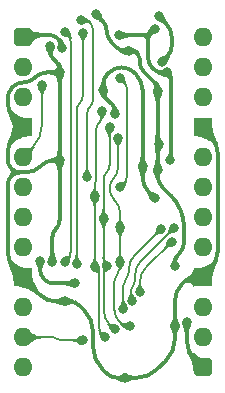
<source format=gbl>
%TF.GenerationSoftware,KiCad,Pcbnew,9.0.7-9.0.7~ubuntu24.04.1*%
%TF.CreationDate,2026-01-16T09:03:51+02:00*%
%TF.ProjectId,Clock Hold Standard,436c6f63-6b20-4486-9f6c-64205374616e,V0*%
%TF.SameCoordinates,Original*%
%TF.FileFunction,Copper,L2,Bot*%
%TF.FilePolarity,Positive*%
%FSLAX46Y46*%
G04 Gerber Fmt 4.6, Leading zero omitted, Abs format (unit mm)*
G04 Created by KiCad (PCBNEW 9.0.7-9.0.7~ubuntu24.04.1) date 2026-01-16 09:03:51*
%MOMM*%
%LPD*%
G01*
G04 APERTURE LIST*
G04 Aperture macros list*
%AMRoundRect*
0 Rectangle with rounded corners*
0 $1 Rounding radius*
0 $2 $3 $4 $5 $6 $7 $8 $9 X,Y pos of 4 corners*
0 Add a 4 corners polygon primitive as box body*
4,1,4,$2,$3,$4,$5,$6,$7,$8,$9,$2,$3,0*
0 Add four circle primitives for the rounded corners*
1,1,$1+$1,$2,$3*
1,1,$1+$1,$4,$5*
1,1,$1+$1,$6,$7*
1,1,$1+$1,$8,$9*
0 Add four rect primitives between the rounded corners*
20,1,$1+$1,$2,$3,$4,$5,0*
20,1,$1+$1,$4,$5,$6,$7,0*
20,1,$1+$1,$6,$7,$8,$9,0*
20,1,$1+$1,$8,$9,$2,$3,0*%
G04 Aperture macros list end*
%TA.AperFunction,ComponentPad*%
%ADD10RoundRect,0.400000X-0.400000X-0.400000X0.400000X-0.400000X0.400000X0.400000X-0.400000X0.400000X0*%
%TD*%
%TA.AperFunction,ComponentPad*%
%ADD11O,1.600000X1.600000*%
%TD*%
%TA.AperFunction,ComponentPad*%
%ADD12R,1.600000X1.600000*%
%TD*%
%TA.AperFunction,ViaPad*%
%ADD13C,0.800000*%
%TD*%
%TA.AperFunction,Conductor*%
%ADD14C,0.380000*%
%TD*%
%TA.AperFunction,Conductor*%
%ADD15C,0.200000*%
%TD*%
G04 APERTURE END LIST*
D10*
%TO.P,J1,1*%
%TO.N,5V*%
X0Y0D03*
D11*
%TO.P,J1,2*%
%TO.N,~{Device RAM}*%
X0Y-2540000D03*
%TO.P,J1,3*%
%TO.N,~{Device Registers}*%
X0Y-5080000D03*
D12*
%TO.P,J1,4*%
%TO.N,GND*%
X0Y-7620000D03*
D11*
%TO.P,J1,5*%
%TO.N,~{Device ROM}*%
X0Y-10160000D03*
%TO.P,J1,6*%
%TO.N,H2_{REG}*%
X0Y-12700000D03*
%TO.P,J1,7*%
%TO.N,H1_{REG}*%
X0Y-15240000D03*
%TO.P,J1,8*%
%TO.N,H0_{REG}*%
X0Y-17780000D03*
D12*
%TO.P,J1,9*%
%TO.N,GND*%
X0Y-20320000D03*
D11*
%TO.P,J1,10*%
%TO.N,~{RD}*%
X0Y-22860000D03*
%TO.P,J1,11*%
%TO.N,~{Device Select}*%
X0Y-25400000D03*
%TO.P,J1,12*%
%TO.N,~{WD}*%
X0Y-27940000D03*
D10*
%TO.P,J1,13*%
%TO.N,5V*%
X15240000Y-27940000D03*
D11*
%TO.P,J1,14*%
%TO.N,unconnected-(J1-Pad14)*%
X15240000Y-25400000D03*
%TO.P,J1,15*%
%TO.N,unconnected-(J1-Pad15)*%
X15240000Y-22860000D03*
D12*
%TO.P,J1,16*%
%TO.N,GND*%
X15240000Y-20320000D03*
D11*
%TO.P,J1,17*%
%TO.N,H0_{OUT}*%
X15240000Y-17780000D03*
%TO.P,J1,18*%
%TO.N,H1_{OUT}*%
X15240000Y-15240000D03*
%TO.P,J1,19*%
%TO.N,H2_{OUT}*%
X15240000Y-12700000D03*
%TO.P,J1,20*%
%TO.N,unconnected-(J1-Pad20)*%
X15240000Y-10160000D03*
D12*
%TO.P,J1,21*%
%TO.N,GND*%
X15240000Y-7620000D03*
D11*
%TO.P,J1,22*%
%TO.N,unconnected-(J1-Pad22)*%
X15240000Y-5080000D03*
%TO.P,J1,23*%
%TO.N,unconnected-(J1-Pad23)*%
X15240000Y-2540000D03*
%TO.P,J1,24*%
%TO.N,3.3V*%
X15240000Y0D03*
%TD*%
D13*
%TO.N,3.3V*%
X6223081Y1965987D03*
X11433536Y-11208000D03*
X12900002Y-19392800D03*
X4445000Y-20828000D03*
X9017000Y-1143005D03*
X11430000Y-4572000D03*
X1481138Y-18903074D03*
X11557000Y-9017000D03*
%TO.N,GND*%
X11176000Y-13589000D03*
X11188750Y731270D03*
X6837329Y-4469269D03*
X3125995Y-10417995D03*
X2343000Y-762004D03*
X2524745Y-19018787D03*
X3125995Y-2970003D03*
X12898500Y-24423000D03*
X10160000Y-10922000D03*
X3556000Y-22352000D03*
X8636000Y-28829000D03*
X7826096Y-6468000D03*
X12446004Y-10414000D03*
X12202701Y-2968843D03*
X8128004Y165500D03*
%TO.N,5V*%
X3345000Y-889000D03*
X11557000Y1778000D03*
X11817439Y-2046033D03*
X13888008Y-24130018D03*
%TO.N,/~{RAM}+~{RD}*%
X4948148Y1456533D03*
X5461000Y-11811000D03*
%TO.N,/H0*%
X9064497Y-24445912D03*
X8255000Y-16088000D03*
X8255000Y-19042800D03*
X8066004Y-8509002D03*
%TO.N,/H1*%
X7791634Y-24727805D03*
X7134417Y-19336702D03*
X7360815Y-7613776D03*
X6858006Y-15338000D03*
%TO.N,/H2*%
X6985000Y-25400000D03*
X6107999Y-19431000D03*
X6108006Y-13462004D03*
X6719000Y-6223000D03*
%TO.N,/~{RAM}+~{WD}*%
X8255000Y-12700000D03*
X8242115Y-3441885D03*
%TO.N,~{WD}*%
X4572000Y-19177000D03*
X5096940Y410000D03*
%TO.N,~{RD}*%
X3573948Y-18977811D03*
X3596940Y486940D03*
%TO.N,~{Device Select}*%
X5080000Y-25654000D03*
%TO.N,H0_{OUT}*%
X9920876Y-21522800D03*
X12615199Y-17304701D03*
%TO.N,H1_{OUT}*%
X9278153Y-22288639D03*
X12827000Y-16129000D03*
%TO.N,H2_{OUT}*%
X11743478Y-16188463D03*
X8525268Y-22988312D03*
%TO.N,~{Device ROM}*%
X1651000Y-4064000D03*
%TD*%
D14*
%TO.N,5V*%
X12101000Y1234000D02*
G75*
G02*
X12644987Y-79332I-1313300J-1313300D01*
G01*
X3189457Y-293517D02*
G75*
G02*
X3344965Y-669030I-375557J-375483D01*
G01*
X12645000Y-633298D02*
G75*
G02*
X12231213Y-1632246I-1412700J-2D01*
G01*
X13888008Y-25632005D02*
G75*
G03*
X14564007Y-27264001I2307992J5D01*
G01*
X3017970Y-122030D02*
G75*
G03*
X2228449Y204997I-789520J-789530D01*
G01*
%TO.N,GND*%
X12573000Y-10197204D02*
G75*
G02*
X12509501Y-10350501I-216800J4D01*
G01*
X10622980Y-1726303D02*
G75*
G03*
X10986917Y-2604905I1242520J3D01*
G01*
X5207000Y-23114000D02*
G75*
G02*
X5969000Y-24953630I-1839630J-1839630D01*
G01*
X16510000Y-18151974D02*
G75*
G02*
X15875001Y-19685001I-2168040J4D01*
G01*
X15875000Y-8255000D02*
G75*
G02*
X16509989Y-9788025I-1533000J-1533000D01*
G01*
X14650000Y-20320000D02*
G75*
G03*
X13642804Y-20737191I0J-1424400D01*
G01*
X-634999Y-6984999D02*
G75*
G02*
X-634998Y-8255001I-635000J-635001D01*
G01*
X10160000Y-11854579D02*
G75*
G03*
X10667994Y-13081006I1734400J-21D01*
G01*
X11386420Y-28110579D02*
G75*
G02*
X9652000Y-28828997I-1734420J1734429D01*
G01*
X6837329Y-4700799D02*
G75*
G03*
X7001043Y-5096047I558971J-1D01*
G01*
X2577000Y-10417995D02*
G75*
G03*
X1639804Y-10806190I0J-1325405D01*
G01*
X13479250Y-20900750D02*
G75*
G03*
X12898502Y-22302804I1402050J-1402050D01*
G01*
X4759308Y-22666308D02*
G75*
G03*
X4000500Y-22351995I-758808J-758792D01*
G01*
X12387850Y-3153992D02*
G75*
G02*
X12573024Y-3600982I-446950J-447008D01*
G01*
X-859500Y-4220500D02*
G75*
G03*
X-1270002Y-5211534I991040J-991040D01*
G01*
X-1270000Y-10345987D02*
G75*
G03*
X-952500Y-11112500I1084022J4D01*
G01*
X11049665Y-2667665D02*
G75*
G03*
X11776772Y-2968875I727135J727065D01*
G01*
X7197810Y-3089188D02*
G75*
G03*
X6837309Y-3959470I870290J-870312D01*
G01*
X8382000Y-2540000D02*
G75*
G03*
X7297993Y-2989018I0J-1533000D01*
G01*
X93000Y-3810000D02*
G75*
G03*
X-832251Y-4193251I-3J-1308497D01*
G01*
X-1270000Y-18151974D02*
G75*
G03*
X-634998Y-19684999I2168030J4D01*
G01*
X3125995Y-15483602D02*
G75*
G02*
X2825368Y-16209373I-1026395J2D01*
G01*
X-634999Y-8255000D02*
G75*
G03*
X-1270001Y-9788025I1533029J-1533030D01*
G01*
X-952500Y-11747500D02*
G75*
G03*
X-952500Y-11112500I-317499J317500D01*
G01*
X-185987Y-11430000D02*
G75*
G03*
X-952500Y-11747500I-1J-1084011D01*
G01*
X-952500Y-11112500D02*
G75*
G03*
X-185987Y-11430000I766517J766522D01*
G01*
X9466012Y-2989012D02*
G75*
G03*
X8382000Y-2539992I-1084012J-1083988D01*
G01*
X-1270000Y-5490500D02*
G75*
G03*
X-662241Y-6957758I2075023J4D01*
G01*
X2911738Y-2149738D02*
G75*
G02*
X3126002Y-2666999I-517238J-517262D01*
G01*
X5969000Y-26227369D02*
G75*
G03*
X6731000Y-28067000I2601630J-1D01*
G01*
X1493184Y-21813184D02*
G75*
G03*
X2794000Y-22352000I1300816J1300814D01*
G01*
X2825370Y-16209375D02*
G75*
G03*
X2524747Y-16935147I725760J-725765D01*
G01*
X9588500Y-3111500D02*
G75*
G02*
X10159990Y-4491223I-1379700J-1379700D01*
G01*
X7088888Y-28424888D02*
G75*
G03*
X8064500Y-28829007I975612J975588D01*
G01*
X2068964Y-2970003D02*
G75*
G03*
X1054998Y-3390001I-4J-1433957D01*
G01*
X-952500Y-11747500D02*
G75*
G03*
X-1270000Y-12514012I766513J-766513D01*
G01*
X10222920Y165499D02*
G75*
G03*
X10905849Y448401I-20J965801D01*
G01*
X10622980Y-234559D02*
G75*
G03*
X10222920Y165500I-400060J-1D01*
G01*
X10905865Y448385D02*
G75*
G03*
X10622949Y-234559I682935J-682985D01*
G01*
X1522002Y-10923997D02*
G75*
G02*
X300404Y-11430000I-1221599J1221598D01*
G01*
X1018251Y-3426748D02*
G75*
G02*
X93000Y-3810000I-925251J925248D01*
G01*
X7632736Y-5727736D02*
G75*
G02*
X7826055Y-6194548I-466836J-466764D01*
G01*
X12898500Y-25510750D02*
G75*
G02*
X12129341Y-27367652I-2626070J10D01*
G01*
X2343000Y-1171502D02*
G75*
G03*
X2632562Y-1870554I988600J2D01*
G01*
X-634999Y-19685000D02*
X635000Y-20955000D01*
%TO.N,3.3V*%
X11495268Y-9078732D02*
G75*
G03*
X11433511Y-9227766I149032J-149068D01*
G01*
X6734609Y1454458D02*
G75*
G02*
X7111967Y543357I-911109J-911058D01*
G01*
X11430000Y-8800197D02*
G75*
G03*
X11493499Y-8953501I216800J-3D01*
G01*
X7112000Y543357D02*
G75*
G03*
X7489389Y-367745I1288480J-7D01*
G01*
X9704611Y-1322611D02*
G75*
G03*
X9271002Y-1142997I-433611J-433589D01*
G01*
X13667000Y-17364650D02*
G75*
G02*
X13283501Y-18290499I-1309350J0D01*
G01*
X9715502Y-1333502D02*
G75*
G02*
X9905997Y-1793404I-459902J-459898D01*
G01*
X13154136Y-18419863D02*
G75*
G03*
X12900009Y-19033399I613564J-613537D01*
G01*
X11433536Y-11740634D02*
G75*
G03*
X11810164Y-12649898I1285884J-6D01*
G01*
X12550268Y-13390000D02*
G75*
G02*
X13666998Y-16086029I-2696038J-2696030D01*
G01*
X11250394Y-3884394D02*
G75*
G02*
X11430003Y-4318000I-433594J-433606D01*
G01*
X9906000Y-2032000D02*
G75*
G03*
X10265214Y-2899206I1226400J0D01*
G01*
X1481138Y-19670817D02*
G75*
G03*
X1820068Y-20489070I1157182J-3D01*
G01*
X7998655Y-877009D02*
G75*
G03*
X8640825Y-1142975I642145J642209D01*
G01*
X1820069Y-20489069D02*
G75*
G03*
X2638320Y-20827997I818251J818259D01*
G01*
D15*
%TO.N,~{Device ROM}*%
X1651000Y-7341566D02*
G75*
G02*
X825500Y-9334500I-2818441J3D01*
G01*
%TO.N,H2_{OUT}*%
X8765134Y-20444866D02*
G75*
G03*
X8525229Y-21023953I579066J-579134D01*
G01*
X9456862Y-18475078D02*
G75*
G03*
X9004992Y-19565970I1090938J-1090922D01*
G01*
X9005000Y-19865778D02*
G75*
G02*
X8765154Y-20444886I-819000J-22D01*
G01*
%TO.N,H1_{OUT}*%
X9345877Y-21037139D02*
G75*
G03*
X9170906Y-21459626I422523J-422461D01*
G01*
X9520877Y-20614651D02*
G75*
G02*
X9345875Y-21037137I-597507J11D01*
G01*
X9170877Y-22105507D02*
G75*
G03*
X9224520Y-22234996I183123J7D01*
G01*
X12813975Y-16129000D02*
G75*
G03*
X12791761Y-16138232I25J-31400D01*
G01*
X10034613Y-18895336D02*
G75*
G03*
X9520886Y-20135606I1240287J-1240264D01*
G01*
%TO.N,H0_{OUT}*%
X10459612Y-19460287D02*
G75*
G03*
X9920873Y-20760912I1300588J-1300613D01*
G01*
%TO.N,~{Device Select}*%
X2921000Y-25527000D02*
G75*
G03*
X2614394Y-25400002I-306600J-306600D01*
G01*
X2921000Y-25527000D02*
G75*
G03*
X3227605Y-25653998I306600J306600D01*
G01*
%TO.N,~{RD}*%
X4064000Y-18141239D02*
G75*
G02*
X3818971Y-18732782I-836580J9D01*
G01*
X3830470Y253410D02*
G75*
G02*
X4064019Y-310381I-563770J-563810D01*
G01*
%TO.N,~{WD}*%
X4834470Y-5579530D02*
G75*
G03*
X4571984Y-6213188I633630J-633670D01*
G01*
X5096940Y-4945871D02*
G75*
G02*
X4834472Y-5579532I-896140J1D01*
G01*
%TO.N,/~{RAM}+~{WD}*%
X8844431Y-11693778D02*
G75*
G02*
X8549713Y-12405282I-1006231J8D01*
G01*
X8543273Y-3743043D02*
G75*
G02*
X8844425Y-4470102I-727073J-727057D01*
G01*
%TO.N,/H2*%
X6477000Y-24532789D02*
G75*
G03*
X6730997Y-25146003I867200J-11D01*
G01*
X6165503Y-12249497D02*
G75*
G03*
X6108007Y-12388307I138797J-138803D01*
G01*
X6719000Y-6646275D02*
G75*
G02*
X6471001Y-7245001I-846740J5D01*
G01*
X6292499Y-19615500D02*
G75*
G02*
X6476990Y-20060924I-445399J-445400D01*
G01*
X6471000Y-7245000D02*
G75*
G03*
X6223010Y-7843724I598700J-598700D01*
G01*
X6223000Y-12110686D02*
G75*
G02*
X6165508Y-12249502I-196300J-14D01*
G01*
%TO.N,/H1*%
X7109410Y-11432589D02*
G75*
G03*
X6858013Y-12039533I606890J-606911D01*
G01*
X6858006Y-18864838D02*
G75*
G03*
X6996224Y-19198483I471894J38D01*
G01*
X6877000Y-23166427D02*
G75*
G03*
X7334317Y-24270488I1561370J-3D01*
G01*
X7005708Y-19465410D02*
G75*
G03*
X6877017Y-19776140I310692J-310690D01*
G01*
X7360815Y-10825645D02*
G75*
G02*
X7109411Y-11432590I-858365J5D01*
G01*
%TO.N,/H0*%
X7816500Y-13807831D02*
G75*
G02*
X8255035Y-14866463I-1058600J-1058669D01*
G01*
X8015134Y-20051866D02*
G75*
G03*
X7775229Y-20630953I579066J-579134D01*
G01*
X8066004Y-11087842D02*
G75*
G02*
X7722004Y-11918339I-1174514J2D01*
G01*
X7378000Y-12815835D02*
G75*
G03*
X7769379Y-13760712I1336250J-5D01*
G01*
X7775268Y-23087662D02*
G75*
G03*
X8173093Y-24048087I1358242J2D01*
G01*
X7722002Y-11918337D02*
G75*
G03*
X7378023Y-12748831I830498J-830463D01*
G01*
X8396403Y-24271403D02*
G75*
G03*
X8817704Y-24445908I421297J421303D01*
G01*
X8255000Y-19472778D02*
G75*
G02*
X8015131Y-20051863I-818960J8D01*
G01*
%TO.N,/~{RAM}+~{RD}*%
X5748733Y1236266D02*
G75*
G02*
X5969007Y704496I-531733J-531766D01*
G01*
X5733640Y1251359D02*
G75*
G03*
X5238307Y1456530I-495340J-495359D01*
G01*
X5969000Y-5228789D02*
G75*
G02*
X5715003Y-5842003I-867200J-11D01*
G01*
X5715000Y-5842000D02*
G75*
G03*
X5461004Y-6455210I613200J-613200D01*
G01*
D14*
%TO.N,3.3V*%
X11430000Y-4572000D02*
X11430000Y-8800197D01*
X11557000Y-9017000D02*
X11493500Y-8953500D01*
X11557000Y-9017000D02*
X11495268Y-9078732D01*
X9704611Y-1322611D02*
X9715502Y-1333502D01*
X4445000Y-20828000D02*
X2638320Y-20828000D01*
X9017000Y-1143005D02*
X9271002Y-1143005D01*
X6223081Y1965987D02*
X6734609Y1454458D01*
X13283500Y-18290498D02*
X13154136Y-18419863D01*
X9906000Y-1793404D02*
X9906000Y-2032000D01*
X11433536Y-11208000D02*
X11433536Y-11740634D01*
X9017000Y-1143005D02*
X8640825Y-1143005D01*
X1481138Y-18903074D02*
X1481138Y-19670817D01*
X11433536Y-9227766D02*
X11433536Y-11208000D01*
X12900002Y-19392800D02*
X12900002Y-19033399D01*
X11810165Y-12649897D02*
X12550268Y-13390000D01*
X13667000Y-17364650D02*
X13667000Y-16086029D01*
X11430000Y-4572000D02*
X11430000Y-4318000D01*
X11250394Y-3884394D02*
X10265210Y-2899210D01*
X7489390Y-367744D02*
X7998655Y-877009D01*
%TO.N,GND*%
X12898500Y-22302804D02*
X12898500Y-24423000D01*
X8128004Y165500D02*
X10222920Y165499D01*
X2577000Y-10417995D02*
X3125995Y-10417995D01*
X6837329Y-3959470D02*
X6837329Y-4469269D01*
X12898500Y-24423000D02*
X12898500Y-25510750D01*
X2343000Y-762004D02*
X2343000Y-1171502D01*
X2524745Y-16935147D02*
X2524745Y-19018787D01*
X-1270000Y-10345987D02*
X-1270000Y-9788025D01*
X1639806Y-10806192D02*
X1522002Y-10923997D01*
X5207000Y-23114000D02*
X4759308Y-22666308D01*
X7001045Y-5096045D02*
X7632736Y-5727736D01*
X-185987Y-11430000D02*
X300404Y-11430000D01*
X15875000Y-19685000D02*
X15240000Y-20320000D01*
X-634999Y-6984999D02*
X-662241Y-6957758D01*
X6731000Y-28067000D02*
X7088888Y-28424888D01*
X12509502Y-10350502D02*
X12446004Y-10414000D01*
X3125995Y-15483602D02*
X3125995Y-10417995D01*
X11776772Y-2968843D02*
X12202701Y-2968843D01*
X11386420Y-28110579D02*
X12129344Y-27367655D01*
X3125995Y-10417995D02*
X3125995Y-2970003D01*
X5969000Y-24953630D02*
X5969000Y-26227369D01*
X11188750Y731270D02*
X10905865Y448385D01*
X15875000Y-8255000D02*
X15240000Y-7620000D01*
X-859500Y-4220500D02*
X-832251Y-4193251D01*
X-1270000Y-18151974D02*
X-1270000Y-12514012D01*
X10986911Y-2604911D02*
X11049665Y-2667665D01*
X3556000Y-22352000D02*
X4000500Y-22352000D01*
X-1270000Y-5211534D02*
X-1270000Y-5490500D01*
X12387850Y-3153992D02*
X12202701Y-2968843D01*
X6837329Y-4700799D02*
X6837329Y-4469269D01*
X3556000Y-22352000D02*
X2794000Y-22352000D01*
X10668000Y-13081000D02*
X11176000Y-13589000D01*
X2068964Y-2970003D02*
X3125995Y-2970003D01*
X7826096Y-6468000D02*
X7826096Y-6194548D01*
X2911738Y-2149738D02*
X2632558Y-1870558D01*
X14650000Y-20320000D02*
X15240000Y-20320000D01*
X1054998Y-3390001D02*
X1018251Y-3426748D01*
X3125995Y-2666999D02*
X3125995Y-2970003D01*
X10622980Y-1726303D02*
X10622980Y-234559D01*
X8064500Y-28829000D02*
X8636000Y-28829000D01*
X635000Y-20955000D02*
X1493184Y-21813184D01*
X10160000Y-10922000D02*
X10160000Y-4491223D01*
X7197810Y-3089188D02*
X7297987Y-2989012D01*
X16510000Y-18151974D02*
X16510000Y-9788025D01*
X9652000Y-28829000D02*
X8636000Y-28829000D01*
X9466012Y-2989012D02*
X9588500Y-3111500D01*
X10160000Y-11854579D02*
X10160000Y-10922000D01*
X12573000Y-10197204D02*
X12573000Y-3600982D01*
X13642806Y-20737193D02*
X13479250Y-20900750D01*
%TO.N,5V*%
X3345000Y-669030D02*
X3345000Y-889000D01*
X3189457Y-293517D02*
X3017970Y-122030D01*
X2228449Y204999D02*
X205000Y205000D01*
X11817439Y-2046033D02*
X12231219Y-1632252D01*
X12645000Y-79332D02*
X12645000Y-633298D01*
X13888008Y-24130018D02*
X13888008Y-25632005D01*
X12101000Y1234000D02*
X11557000Y1778000D01*
X14564004Y-27264004D02*
X15240000Y-27940000D01*
D15*
%TO.N,/~{RAM}+~{RD}*%
X5969000Y704496D02*
X5969000Y-5228789D01*
X5748733Y1236266D02*
X5733640Y1251359D01*
X4948148Y1456533D02*
X5238307Y1456533D01*
X5461000Y-6455210D02*
X5461000Y-11811000D01*
%TO.N,/H0*%
X8255000Y-16088000D02*
X8255000Y-19042800D01*
X8066004Y-11087842D02*
X8066004Y-8509002D01*
X7775268Y-20630953D02*
X7775268Y-23087662D01*
X7378000Y-12815835D02*
X7378000Y-12748831D01*
X7816500Y-13807831D02*
X7769380Y-13760711D01*
X8255000Y-14866463D02*
X8255000Y-16088000D01*
X8255000Y-19042800D02*
X8255000Y-19472778D01*
X8817704Y-24445912D02*
X9064497Y-24445912D01*
X8173090Y-24048090D02*
X8396403Y-24271403D01*
%TO.N,/H1*%
X7360815Y-7613776D02*
X7360815Y-10825645D01*
X7134417Y-19336702D02*
X7005708Y-19465410D01*
X6877000Y-23166427D02*
X6877000Y-19776140D01*
X6858006Y-18864838D02*
X6858006Y-15338000D01*
X7334317Y-24270488D02*
X7791634Y-24727805D01*
X6858006Y-12039533D02*
X6858006Y-15338000D01*
X6996211Y-19198496D02*
X7134417Y-19336702D01*
%TO.N,/H2*%
X6223000Y-7843724D02*
X6223000Y-12110686D01*
X6108006Y-19430993D02*
X6108006Y-13462004D01*
X6477000Y-24532789D02*
X6477000Y-20060924D01*
X6292499Y-19615500D02*
X6107999Y-19431000D01*
X6108006Y-12388307D02*
X6108006Y-13462004D01*
X6719000Y-6646275D02*
X6719000Y-6223000D01*
X6108006Y-19430993D02*
X6107999Y-19431000D01*
X6731000Y-25146000D02*
X6985000Y-25400000D01*
%TO.N,/~{RAM}+~{WD}*%
X8543273Y-3743043D02*
X8242115Y-3441885D01*
X8255000Y-12700000D02*
X8549715Y-12405284D01*
X8844431Y-11693778D02*
X8844431Y-4470102D01*
%TO.N,~{WD}*%
X5096940Y410000D02*
X5096940Y-4945871D01*
X4572000Y-6213188D02*
X4572000Y-19177000D01*
%TO.N,~{RD}*%
X3596940Y486940D02*
X3830470Y253410D01*
X3573948Y-18977811D02*
X3818974Y-18732785D01*
X4064000Y-18141239D02*
X4064000Y-310381D01*
%TO.N,~{Device Select}*%
X2614394Y-25400000D02*
X0Y-25400000D01*
X5080000Y-25654000D02*
X3227605Y-25654000D01*
%TO.N,H0_{OUT}*%
X10459612Y-19460287D02*
X12615199Y-17304701D01*
X9920876Y-20760912D02*
X9920876Y-21522800D01*
%TO.N,H1_{OUT}*%
X9520877Y-20614651D02*
X9520877Y-20135606D01*
X9170877Y-21459626D02*
X9170877Y-22105507D01*
X12827000Y-16129000D02*
X12813975Y-16129000D01*
X9224515Y-22235001D02*
X9278153Y-22288639D01*
X12791739Y-16138210D02*
X10034613Y-18895336D01*
%TO.N,H2_{OUT}*%
X9005000Y-19565970D02*
X9005000Y-19865778D01*
X8525268Y-21023953D02*
X8525268Y-22988312D01*
X9456862Y-18475078D02*
X11743478Y-16188463D01*
%TO.N,~{Device ROM}*%
X825500Y-9334500D02*
X0Y-10160000D01*
X1651000Y-4064000D02*
X1651000Y-7341566D01*
%TD*%
%TA.AperFunction,Conductor*%
%TO.N,5V*%
G36*
X3218117Y-54231D02*
G01*
X3218476Y-54606D01*
X3417744Y-272414D01*
X3418808Y-273764D01*
X3544799Y-460330D01*
X3544943Y-460549D01*
X3671383Y-657126D01*
X3672977Y-665938D01*
X3668067Y-673167D01*
X3347662Y-888393D01*
X3343397Y-890161D01*
X2965320Y-964550D01*
X2956541Y-962785D01*
X2951581Y-955329D01*
X2951418Y-954222D01*
X2943226Y-871405D01*
X2943225Y-869105D01*
X2951281Y-787376D01*
X2951754Y-785049D01*
X2995213Y-645883D01*
X2995374Y-645407D01*
X3016733Y-587034D01*
X3033683Y-497766D01*
X3029586Y-456909D01*
X3015403Y-414479D01*
X2986666Y-366250D01*
X2948674Y-322514D01*
X2945836Y-314021D01*
X2949233Y-306569D01*
X3201572Y-54230D01*
X3209844Y-50804D01*
X3218117Y-54231D01*
G37*
%TD.AperFunction*%
%TD*%
%TA.AperFunction,Conductor*%
%TO.N,5V*%
G36*
X14282657Y-26535508D02*
G01*
X14334577Y-26601802D01*
X14413233Y-26683613D01*
X14506332Y-26764717D01*
X14724970Y-26914725D01*
X14957013Y-27029679D01*
X14961205Y-27031756D01*
X15193721Y-27107877D01*
X15193722Y-27107877D01*
X15193725Y-27107878D01*
X15411250Y-27142985D01*
X15590971Y-27140279D01*
X15599294Y-27143581D01*
X15602845Y-27151802D01*
X15601772Y-27156876D01*
X15242415Y-27936511D01*
X15235839Y-27942589D01*
X15235825Y-27942594D01*
X15235818Y-27942597D01*
X14457652Y-28228058D01*
X14448705Y-28227690D01*
X14442639Y-28221103D01*
X14441989Y-28215838D01*
X14442478Y-28211250D01*
X14446538Y-28096093D01*
X14438780Y-27974630D01*
X14415961Y-27824456D01*
X14380369Y-27670384D01*
X14380367Y-27670378D01*
X14380364Y-27670364D01*
X14325004Y-27487814D01*
X14325002Y-27487811D01*
X14324999Y-27487798D01*
X14258303Y-27307978D01*
X14175821Y-27118348D01*
X14088354Y-26943330D01*
X13933117Y-26685575D01*
X13931786Y-26676721D01*
X13937105Y-26669517D01*
X13938660Y-26668732D01*
X14268971Y-26531913D01*
X14277923Y-26531913D01*
X14282657Y-26535508D01*
G37*
%TD.AperFunction*%
%TD*%
%TA.AperFunction,Conductor*%
%TO.N,GND*%
G36*
X16230000Y-18771809D02*
G01*
X16574809Y-18864200D01*
X16581913Y-18869651D01*
X16583082Y-18878529D01*
X16582073Y-18881066D01*
X16572111Y-18899488D01*
X16572095Y-18899519D01*
X16380054Y-19298503D01*
X16380053Y-19298507D01*
X16220237Y-19706120D01*
X16112340Y-20065103D01*
X16054901Y-20360627D01*
X16040973Y-20579380D01*
X16037028Y-20587419D01*
X16028554Y-20590313D01*
X16025511Y-20589707D01*
X15244339Y-20322537D01*
X15237620Y-20316618D01*
X15237611Y-20316600D01*
X14856527Y-19535994D01*
X14855977Y-19527056D01*
X14861908Y-19520347D01*
X14866496Y-19519174D01*
X14969857Y-19514374D01*
X15097166Y-19496917D01*
X15191012Y-19475860D01*
X15222948Y-19468696D01*
X15222953Y-19468694D01*
X15222964Y-19468692D01*
X15355983Y-19427369D01*
X15484882Y-19376112D01*
X15614597Y-19313014D01*
X15736986Y-19242025D01*
X15850993Y-19164456D01*
X15954759Y-19082130D01*
X16118395Y-18918515D01*
X16217377Y-18776421D01*
X16224915Y-18771594D01*
X16230000Y-18771809D01*
G37*
%TD.AperFunction*%
%TD*%
%TA.AperFunction,Conductor*%
%TO.N,GND*%
G36*
X16033737Y-7351079D02*
G01*
X16039657Y-7357798D01*
X16040285Y-7361376D01*
X16041596Y-7435194D01*
X16056196Y-7588822D01*
X16056196Y-7588825D01*
X16083948Y-7749980D01*
X16083951Y-7749995D01*
X16133168Y-7954320D01*
X16195678Y-8161033D01*
X16285199Y-8410583D01*
X16285204Y-8410594D01*
X16382653Y-8647216D01*
X16489380Y-8878234D01*
X16582582Y-9059074D01*
X16583326Y-9067998D01*
X16577542Y-9074834D01*
X16575210Y-9075735D01*
X16230400Y-9168122D01*
X16221522Y-9166953D01*
X16217554Y-9163184D01*
X16157816Y-9071009D01*
X16137734Y-9046788D01*
X16086051Y-8984453D01*
X16086045Y-8984447D01*
X16086041Y-8984442D01*
X16000720Y-8898704D01*
X16000715Y-8898699D01*
X16000714Y-8898698D01*
X16000710Y-8898694D01*
X15902148Y-8814467D01*
X15792608Y-8734249D01*
X15792605Y-8734247D01*
X15792602Y-8734245D01*
X15556159Y-8597041D01*
X15311982Y-8497644D01*
X15311980Y-8497643D01*
X15073768Y-8439012D01*
X14865764Y-8421438D01*
X14857809Y-8417327D01*
X14855091Y-8408795D01*
X14856234Y-8404650D01*
X15237612Y-7623397D01*
X15244317Y-7617469D01*
X16024802Y-7350514D01*
X16033737Y-7351079D01*
G37*
%TD.AperFunction*%
%TD*%
%TA.AperFunction,Conductor*%
%TO.N,GND*%
G36*
X14455384Y-19694278D02*
G01*
X14730536Y-19913264D01*
X14913387Y-20058791D01*
X15230463Y-20311143D01*
X15234802Y-20318977D01*
X15232332Y-20327584D01*
X15231450Y-20328571D01*
X14458337Y-21101663D01*
X14450064Y-21105090D01*
X14441791Y-21101663D01*
X14438410Y-21094430D01*
X14434003Y-21045029D01*
X14419267Y-20987068D01*
X14419264Y-20987060D01*
X14395105Y-20934254D01*
X14395102Y-20934250D01*
X14363350Y-20889886D01*
X14318920Y-20848514D01*
X14278850Y-20823606D01*
X14267850Y-20816768D01*
X14199057Y-20789794D01*
X14128232Y-20774778D01*
X14126454Y-20774401D01*
X14126453Y-20774400D01*
X14126444Y-20774399D01*
X14041643Y-20769014D01*
X14041632Y-20769015D01*
X14041630Y-20769015D01*
X14041628Y-20769015D01*
X14001571Y-20771896D01*
X13961510Y-20774778D01*
X13851716Y-20804157D01*
X13842838Y-20802985D01*
X13840280Y-20800987D01*
X13829460Y-20789794D01*
X13591541Y-20543663D01*
X13588255Y-20535333D01*
X13591821Y-20527119D01*
X13594254Y-20525312D01*
X13826710Y-20395793D01*
X14064699Y-20224206D01*
X14243801Y-20058791D01*
X14359330Y-19913268D01*
X14421089Y-19789035D01*
X14436578Y-19701395D01*
X14441391Y-19693846D01*
X14450134Y-19691912D01*
X14455384Y-19694278D01*
G37*
%TD.AperFunction*%
%TD*%
%TA.AperFunction,Conductor*%
%TO.N,GND*%
G36*
X7217480Y-4544868D02*
G01*
X7224918Y-4549852D01*
X7226653Y-4558637D01*
X7226499Y-4559304D01*
X7203591Y-4646739D01*
X7203295Y-4647700D01*
X7173947Y-4730101D01*
X7173912Y-4730197D01*
X7156427Y-4777960D01*
X7135717Y-4869658D01*
X7138175Y-4909262D01*
X7150594Y-4949802D01*
X7150595Y-4949805D01*
X7179095Y-4998473D01*
X7197457Y-5019567D01*
X7218435Y-5043669D01*
X7221282Y-5052160D01*
X7217883Y-5059624D01*
X6965383Y-5312124D01*
X6957110Y-5315551D01*
X6948837Y-5312124D01*
X6948636Y-5311919D01*
X6843004Y-5200969D01*
X6842448Y-5200340D01*
X6765481Y-5106909D01*
X6764662Y-5105784D01*
X6655510Y-4934753D01*
X6510681Y-4701082D01*
X6509237Y-4692245D01*
X6514101Y-4685209D01*
X6832577Y-4471278D01*
X6841354Y-4469510D01*
X7217480Y-4544868D01*
G37*
%TD.AperFunction*%
%TD*%
%TA.AperFunction,Conductor*%
%TO.N,GND*%
G36*
X12592876Y-2894719D02*
G01*
X12597705Y-2901601D01*
X12641716Y-3078160D01*
X12687328Y-3209269D01*
X12700642Y-3245232D01*
X12700929Y-3246112D01*
X12744892Y-3401674D01*
X12745240Y-3403387D01*
X12758198Y-3505783D01*
X12758284Y-3506842D01*
X12762576Y-3629290D01*
X12759441Y-3637678D01*
X12751293Y-3641393D01*
X12750883Y-3641400D01*
X12393217Y-3641400D01*
X12384944Y-3637973D01*
X12381624Y-3631276D01*
X12377763Y-3602880D01*
X12368609Y-3535541D01*
X12328113Y-3469473D01*
X12265529Y-3428276D01*
X12201286Y-3403387D01*
X12184860Y-3397023D01*
X12109594Y-3368963D01*
X12108252Y-3368364D01*
X11991988Y-3307462D01*
X11986250Y-3300588D01*
X11987053Y-3291669D01*
X11987671Y-3290624D01*
X12200000Y-2971897D01*
X12207438Y-2966913D01*
X12207459Y-2966908D01*
X12584099Y-2892950D01*
X12592876Y-2894719D01*
G37*
%TD.AperFunction*%
%TD*%
%TA.AperFunction,Conductor*%
%TO.N,GND*%
G36*
X-981410Y-18773057D02*
G01*
X-977443Y-18776824D01*
X-941922Y-18831631D01*
X-920181Y-18865179D01*
X-917724Y-18868969D01*
X-845962Y-18955526D01*
X-760619Y-19041289D01*
X-662058Y-19125521D01*
X-552518Y-19205742D01*
X-316077Y-19342955D01*
X-71911Y-19442356D01*
X162726Y-19500113D01*
X166280Y-19500988D01*
X289017Y-19511358D01*
X374257Y-19518561D01*
X382211Y-19522672D01*
X384929Y-19531204D01*
X383785Y-19535352D01*
X2389Y-20316600D01*
X-4319Y-20322530D01*
X-4330Y-20322534D01*
X-4339Y-20322537D01*
X-784800Y-20589465D01*
X-793737Y-20588900D01*
X-799656Y-20582181D01*
X-800284Y-20578603D01*
X-801599Y-20504524D01*
X-801599Y-20504507D01*
X-816202Y-20350901D01*
X-816206Y-20350872D01*
X-843968Y-20189690D01*
X-893194Y-19985346D01*
X-955707Y-19778630D01*
X-1045214Y-19529131D01*
X-1045219Y-19529117D01*
X-1142651Y-19292545D01*
X-1249317Y-19061671D01*
X-1342469Y-18880939D01*
X-1343213Y-18872015D01*
X-1337429Y-18865179D01*
X-1335101Y-18864279D01*
X-990288Y-18771888D01*
X-981410Y-18773057D01*
G37*
%TD.AperFunction*%
%TD*%
%TA.AperFunction,Conductor*%
%TO.N,GND*%
G36*
X-785514Y-7350289D02*
G01*
X-4337Y-7617463D01*
X2379Y-7623380D01*
X125166Y-7874895D01*
X383471Y-8404005D01*
X384021Y-8412943D01*
X378090Y-8419652D01*
X373500Y-8420825D01*
X270153Y-8425624D01*
X270146Y-8425624D01*
X270144Y-8425625D01*
X142835Y-8443082D01*
X142826Y-8443084D01*
X17052Y-8471303D01*
X17032Y-8471309D01*
X-115977Y-8512629D01*
X-115994Y-8512635D01*
X-244878Y-8563885D01*
X-374590Y-8626981D01*
X-374599Y-8626986D01*
X-496995Y-8697980D01*
X-610984Y-8775536D01*
X-610988Y-8775539D01*
X-610993Y-8775543D01*
X-714759Y-8857869D01*
X-878396Y-9021483D01*
X-977377Y-9163575D01*
X-984916Y-9168404D01*
X-990004Y-9168188D01*
X-1334810Y-9075798D01*
X-1341914Y-9070347D01*
X-1343083Y-9061469D01*
X-1342074Y-9058932D01*
X-1332110Y-9040506D01*
X-1332094Y-9040475D01*
X-1140053Y-8641493D01*
X-1140052Y-8641489D01*
X-980237Y-8233878D01*
X-872340Y-7874895D01*
X-814901Y-7579371D01*
X-800973Y-7360617D01*
X-797028Y-7352578D01*
X-788554Y-7349684D01*
X-785514Y-7350289D01*
G37*
%TD.AperFunction*%
%TD*%
%TA.AperFunction,Conductor*%
%TO.N,GND*%
G36*
X-988250Y-6074118D02*
G01*
X-984298Y-6077863D01*
X-924467Y-6169774D01*
X-924463Y-6169778D01*
X-924463Y-6169779D01*
X-924461Y-6169782D01*
X-914273Y-6182021D01*
X-852534Y-6256191D01*
X-767031Y-6341767D01*
X-668211Y-6425865D01*
X-558395Y-6505937D01*
X-321115Y-6643002D01*
X-75869Y-6742357D01*
X163510Y-6800985D01*
X372692Y-6818570D01*
X380648Y-6822678D01*
X383370Y-6831209D01*
X382233Y-6835345D01*
X160902Y-7290564D01*
X2381Y-7616597D01*
X-4315Y-7622537D01*
X-4332Y-7622543D01*
X-4335Y-7622544D01*
X-784842Y-7890879D01*
X-793780Y-7890328D01*
X-799710Y-7883619D01*
X-800343Y-7880066D01*
X-801858Y-7809386D01*
X-816849Y-7655891D01*
X-816850Y-7655885D01*
X-845023Y-7494848D01*
X-894808Y-7290589D01*
X-894814Y-7290564D01*
X-957938Y-7083825D01*
X-957950Y-7083787D01*
X-1048414Y-6833715D01*
X-1146850Y-6596456D01*
X-1254965Y-6363972D01*
X-1349282Y-6182021D01*
X-1350047Y-6173099D01*
X-1344279Y-6166250D01*
X-1341928Y-6165338D01*
X-997127Y-6072949D01*
X-988250Y-6074118D01*
G37*
%TD.AperFunction*%
%TD*%
%TA.AperFunction,Conductor*%
%TO.N,GND*%
G36*
X3132672Y-2116456D02*
G01*
X3133037Y-2117038D01*
X3234649Y-2290348D01*
X3235329Y-2291702D01*
X3292675Y-2427057D01*
X3292715Y-2427153D01*
X3339580Y-2540578D01*
X3339584Y-2540587D01*
X3339588Y-2540595D01*
X3387137Y-2632712D01*
X3387142Y-2632720D01*
X3452628Y-2738185D01*
X3454081Y-2747021D01*
X3449212Y-2754069D01*
X3130596Y-2968115D01*
X3121818Y-2969884D01*
X3121769Y-2969874D01*
X2746268Y-2894493D01*
X2738831Y-2889505D01*
X2737100Y-2880719D01*
X2737362Y-2879667D01*
X2772974Y-2760683D01*
X2773577Y-2759098D01*
X2820670Y-2658173D01*
X2820781Y-2657945D01*
X2833294Y-2632720D01*
X2840182Y-2618835D01*
X2872665Y-2526989D01*
X2875761Y-2484549D01*
X2869160Y-2438809D01*
X2848321Y-2382350D01*
X2816293Y-2326947D01*
X2815120Y-2318070D01*
X2819922Y-2311365D01*
X3116447Y-2113227D01*
X3125226Y-2111481D01*
X3132672Y-2116456D01*
G37*
%TD.AperFunction*%
%TD*%
%TA.AperFunction,Conductor*%
%TO.N,GND*%
G36*
X7769622Y-5596684D02*
G01*
X7769985Y-5597064D01*
X7859013Y-5694474D01*
X7859876Y-5695536D01*
X7923312Y-5783744D01*
X7924125Y-5785047D01*
X7966552Y-5864186D01*
X7967000Y-5865118D01*
X8000803Y-5944262D01*
X8000812Y-5944283D01*
X8000811Y-5944283D01*
X8046129Y-6049228D01*
X8153271Y-6236319D01*
X8154409Y-6245201D01*
X8149642Y-6251845D01*
X7830847Y-6465989D01*
X7822069Y-6467758D01*
X7822025Y-6467749D01*
X7446480Y-6392508D01*
X7439041Y-6387523D01*
X7437306Y-6378738D01*
X7437597Y-6377589D01*
X7471441Y-6267811D01*
X7472072Y-6266199D01*
X7478955Y-6251845D01*
X7519063Y-6168203D01*
X7547808Y-6110363D01*
X7573030Y-6027877D01*
X7572442Y-5990769D01*
X7561902Y-5952387D01*
X7536077Y-5906659D01*
X7500126Y-5864959D01*
X7497319Y-5856455D01*
X7500713Y-5849047D01*
X7753077Y-5596683D01*
X7761349Y-5593257D01*
X7769622Y-5596684D01*
G37*
%TD.AperFunction*%
%TD*%
%TA.AperFunction,Conductor*%
%TO.N,3.3V*%
G36*
X9248766Y-816160D02*
G01*
X9332416Y-866525D01*
X9394490Y-903899D01*
X9511687Y-960973D01*
X9534294Y-971410D01*
X9535030Y-971782D01*
X9672871Y-1047709D01*
X9674355Y-1048679D01*
X9753234Y-1109316D01*
X9754057Y-1110013D01*
X9840973Y-1190890D01*
X9844695Y-1199033D01*
X9841568Y-1207424D01*
X9841276Y-1207727D01*
X9588316Y-1460687D01*
X9580043Y-1464114D01*
X9573037Y-1461784D01*
X9504702Y-1410690D01*
X9504699Y-1410689D01*
X9437188Y-1397115D01*
X9372004Y-1414620D01*
X9372002Y-1414621D01*
X9302568Y-1450693D01*
X9302558Y-1450699D01*
X9246750Y-1479835D01*
X9219415Y-1494106D01*
X9217667Y-1494845D01*
X9107579Y-1531178D01*
X9098649Y-1530516D01*
X9092801Y-1523734D01*
X9092442Y-1522374D01*
X9017250Y-1147074D01*
X9018985Y-1138290D01*
X9019010Y-1138253D01*
X9038453Y-1109309D01*
X9233020Y-819657D01*
X9240477Y-814702D01*
X9248766Y-816160D01*
G37*
%TD.AperFunction*%
%TD*%
%TA.AperFunction,Conductor*%
%TO.N,3.3V*%
G36*
X12857383Y-18516008D02*
G01*
X12857793Y-18516270D01*
X13155065Y-18714894D01*
X13160040Y-18722338D01*
X13159049Y-18729815D01*
X13112583Y-18823602D01*
X13112582Y-18823605D01*
X13106173Y-18907149D01*
X13131769Y-18981220D01*
X13131771Y-18981226D01*
X13176718Y-19055746D01*
X13176843Y-19055959D01*
X13248197Y-19180107D01*
X13249178Y-19182314D01*
X13288243Y-19302258D01*
X13287546Y-19311185D01*
X13280741Y-19317006D01*
X13279421Y-19317352D01*
X12904227Y-19392671D01*
X12895441Y-19390940D01*
X12895400Y-19390912D01*
X12576642Y-19176771D01*
X12571685Y-19169313D01*
X12573134Y-19161039D01*
X12628533Y-19068718D01*
X12628541Y-19068705D01*
X12667299Y-18983322D01*
X12707534Y-18840032D01*
X12711717Y-18821356D01*
X12711926Y-18820559D01*
X12754413Y-18680146D01*
X12755048Y-18678511D01*
X12791701Y-18601712D01*
X12792249Y-18600698D01*
X12841311Y-18519932D01*
X12848533Y-18514642D01*
X12857383Y-18516008D01*
G37*
%TD.AperFunction*%
%TD*%
%TA.AperFunction,Conductor*%
%TO.N,3.3V*%
G36*
X11348445Y-3714344D02*
G01*
X11348734Y-3714643D01*
X11443231Y-3816106D01*
X11443938Y-3816940D01*
X11512447Y-3906231D01*
X11513395Y-3907677D01*
X11602320Y-4067962D01*
X11602569Y-4068437D01*
X11633121Y-4129998D01*
X11756990Y-4340271D01*
X11758236Y-4349138D01*
X11753433Y-4355921D01*
X11434751Y-4569989D01*
X11425973Y-4571758D01*
X11425929Y-4571749D01*
X11050139Y-4496459D01*
X11042700Y-4491474D01*
X11040965Y-4482689D01*
X11041191Y-4481758D01*
X11069977Y-4381512D01*
X11070445Y-4380187D01*
X11083564Y-4349138D01*
X11109086Y-4288731D01*
X11132112Y-4236044D01*
X11155491Y-4149795D01*
X11154150Y-4111691D01*
X11149933Y-4097028D01*
X11142865Y-4072445D01*
X11142864Y-4072443D01*
X11116058Y-4025655D01*
X11116052Y-4025647D01*
X11078894Y-3982702D01*
X11076072Y-3974204D01*
X11079468Y-3966775D01*
X11331900Y-3714343D01*
X11340172Y-3710917D01*
X11348445Y-3714344D01*
G37*
%TD.AperFunction*%
%TD*%
%TA.AperFunction,Conductor*%
%TO.N,3.3V*%
G36*
X8935532Y-755322D02*
G01*
X8941227Y-762233D01*
X8941508Y-763346D01*
X9017458Y-1141076D01*
X9017458Y-1145693D01*
X8941340Y-1523523D01*
X8936346Y-1530956D01*
X8927559Y-1532682D01*
X8927238Y-1532612D01*
X8774851Y-1497432D01*
X8773900Y-1497170D01*
X8654908Y-1458894D01*
X8653444Y-1458311D01*
X8468566Y-1369908D01*
X8468099Y-1369672D01*
X8427875Y-1348177D01*
X8427870Y-1348175D01*
X8176063Y-1229656D01*
X8170037Y-1223032D01*
X8170235Y-1214594D01*
X8307308Y-883639D01*
X8313640Y-877308D01*
X8321533Y-876927D01*
X8343528Y-883640D01*
X8430779Y-910270D01*
X8457157Y-910846D01*
X8523100Y-912286D01*
X8523100Y-912285D01*
X8523105Y-912286D01*
X8601080Y-889355D01*
X8677431Y-850963D01*
X8784309Y-798113D01*
X8786060Y-797418D01*
X8926620Y-754463D01*
X8935532Y-755322D01*
G37*
%TD.AperFunction*%
%TD*%
%TA.AperFunction,Conductor*%
%TO.N,~{RD}*%
G36*
X4082402Y-18356917D02*
G01*
X4123786Y-18365150D01*
X4131231Y-18370125D01*
X4132978Y-18378908D01*
X4132921Y-18379177D01*
X4089708Y-18572496D01*
X4089560Y-18573088D01*
X4050919Y-18711586D01*
X4050876Y-18711735D01*
X4044641Y-18732989D01*
X4008711Y-18864149D01*
X4008708Y-18864163D01*
X3968731Y-19044695D01*
X3963597Y-19052031D01*
X3955054Y-19053646D01*
X3578537Y-18979730D01*
X3571079Y-18974773D01*
X3571051Y-18974732D01*
X3358795Y-18655852D01*
X3357064Y-18647066D01*
X3362052Y-18639629D01*
X3362911Y-18639110D01*
X3435080Y-18599692D01*
X3436884Y-18598898D01*
X3516240Y-18571758D01*
X3518133Y-18571284D01*
X3666600Y-18547151D01*
X3666868Y-18547111D01*
X3757310Y-18534556D01*
X3838371Y-18504892D01*
X3860290Y-18487704D01*
X3869754Y-18480284D01*
X3869756Y-18480282D01*
X3896784Y-18446177D01*
X3896787Y-18446171D01*
X3921102Y-18395472D01*
X3921103Y-18395469D01*
X3921103Y-18395467D01*
X3921106Y-18395462D01*
X3936508Y-18338989D01*
X3941991Y-18331911D01*
X3950077Y-18330595D01*
X4082402Y-18356917D01*
G37*
%TD.AperFunction*%
%TD*%
%TA.AperFunction,Conductor*%
%TO.N,~{RD}*%
G36*
X3986839Y561009D02*
G01*
X3991735Y553842D01*
X4066668Y217643D01*
X4141464Y-117919D01*
X4139919Y-126739D01*
X4132589Y-131884D01*
X4132327Y-131939D01*
X3958667Y-166488D01*
X3949884Y-164741D01*
X3945081Y-158036D01*
X3938102Y-131939D01*
X3930818Y-104700D01*
X3930816Y-104695D01*
X3908375Y-55374D01*
X3908374Y-55372D01*
X3880908Y-18493D01*
X3880906Y-18490D01*
X3848746Y8080D01*
X3771662Y38868D01*
X3679745Y54148D01*
X3679732Y54149D01*
X3679725Y54151D01*
X3671702Y55279D01*
X3633479Y60655D01*
X3632450Y60849D01*
X3498907Y92511D01*
X3496384Y93427D01*
X3386545Y148426D01*
X3380684Y155194D01*
X3381324Y164126D01*
X3382046Y165370D01*
X3594043Y483861D01*
X3601480Y488849D01*
X3601529Y488859D01*
X3978061Y562778D01*
X3986839Y561009D01*
G37*
%TD.AperFunction*%
%TD*%
%TA.AperFunction,Conductor*%
%TO.N,/H2*%
G36*
X6606097Y-24759617D02*
G01*
X6610892Y-24766294D01*
X6625457Y-24820214D01*
X6625458Y-24820217D01*
X6625459Y-24820219D01*
X6648512Y-24869572D01*
X6676826Y-24905994D01*
X6676827Y-24905995D01*
X6676829Y-24905997D01*
X6676828Y-24905997D01*
X6710023Y-24931683D01*
X6710026Y-24931684D01*
X6710028Y-24931686D01*
X6789602Y-24959683D01*
X6884245Y-24971163D01*
X6953031Y-24978197D01*
X6954348Y-24978408D01*
X7085103Y-25007253D01*
X7087779Y-25008195D01*
X7195321Y-25061509D01*
X7201211Y-25068254D01*
X7200607Y-25077189D01*
X7199864Y-25078475D01*
X6987896Y-25396921D01*
X6980459Y-25401909D01*
X6980410Y-25401919D01*
X6603768Y-25475860D01*
X6594990Y-25474091D01*
X6590120Y-25467037D01*
X6574931Y-25401919D01*
X6545045Y-25273793D01*
X6502285Y-25136400D01*
X6483663Y-25079594D01*
X6483548Y-25079220D01*
X6483332Y-25078475D01*
X6449649Y-24962163D01*
X6449475Y-24961488D01*
X6442755Y-24931683D01*
X6414523Y-24806458D01*
X6416047Y-24797635D01*
X6423364Y-24792472D01*
X6423587Y-24792425D01*
X6597316Y-24757870D01*
X6606097Y-24759617D01*
G37*
%TD.AperFunction*%
%TD*%
%TA.AperFunction,Conductor*%
%TO.N,/H2*%
G36*
X6497639Y-19356981D02*
G01*
X6502590Y-19364409D01*
X6506843Y-19385776D01*
X6506897Y-19386066D01*
X6567048Y-19733796D01*
X6567201Y-19735143D01*
X6574736Y-19871150D01*
X6574752Y-19872011D01*
X6572035Y-20020342D01*
X6572011Y-20022177D01*
X6572008Y-20022341D01*
X6572009Y-20022342D01*
X6572000Y-20024317D01*
X6572000Y-20039785D01*
X6576275Y-20061276D01*
X6576500Y-20063559D01*
X6576500Y-20092388D01*
X6573073Y-20100661D01*
X6564800Y-20104088D01*
X6387920Y-20104088D01*
X6379647Y-20100661D01*
X6376248Y-20093193D01*
X6376192Y-20092388D01*
X6372686Y-20041570D01*
X6360193Y-19992457D01*
X6340196Y-19954722D01*
X6338250Y-19952663D01*
X6313371Y-19926336D01*
X6241913Y-19889486D01*
X6241912Y-19889485D01*
X6241911Y-19889485D01*
X6175344Y-19872011D01*
X6151296Y-19865698D01*
X6151116Y-19865649D01*
X6009975Y-19826176D01*
X6007844Y-19825348D01*
X5897536Y-19769540D01*
X5891701Y-19762747D01*
X5892378Y-19753818D01*
X5893072Y-19752628D01*
X6105298Y-19434054D01*
X6112736Y-19429070D01*
X6112757Y-19429065D01*
X6488862Y-19355212D01*
X6497639Y-19356981D01*
G37*
%TD.AperFunction*%
%TD*%
%TA.AperFunction,Conductor*%
%TO.N,/H1*%
G36*
X6955979Y-18635211D02*
G01*
X6959311Y-18641999D01*
X6968031Y-18710244D01*
X6972640Y-18746312D01*
X6990263Y-18787023D01*
X6990267Y-18787030D01*
X7014163Y-18819384D01*
X7014166Y-18819388D01*
X7079023Y-18867099D01*
X7163650Y-18905528D01*
X7216135Y-18928009D01*
X7217101Y-18928477D01*
X7345377Y-18998006D01*
X7351018Y-19004961D01*
X7350088Y-19013867D01*
X7349539Y-19014779D01*
X7138769Y-19331168D01*
X7131330Y-19336153D01*
X7126721Y-19336151D01*
X6752884Y-19260837D01*
X6745451Y-19255843D01*
X6743605Y-19247769D01*
X6773263Y-19032627D01*
X6768004Y-18872292D01*
X6764460Y-18787030D01*
X6758513Y-18643970D01*
X6761593Y-18635562D01*
X6769717Y-18631794D01*
X6770203Y-18631784D01*
X6947706Y-18631784D01*
X6955979Y-18635211D01*
G37*
%TD.AperFunction*%
%TD*%
%TA.AperFunction,Conductor*%
%TO.N,/H1*%
G36*
X7138422Y-19338391D02*
G01*
X7138466Y-19338420D01*
X7456272Y-19551726D01*
X7461232Y-19559182D01*
X7459467Y-19567961D01*
X7458771Y-19568894D01*
X7401463Y-19638243D01*
X7399760Y-19639920D01*
X7330858Y-19695134D01*
X7329247Y-19696219D01*
X7258793Y-19735572D01*
X7257808Y-19736063D01*
X7188428Y-19766649D01*
X7152643Y-19782685D01*
X7116407Y-19798924D01*
X7116405Y-19798925D01*
X7041852Y-19850935D01*
X7041849Y-19850938D01*
X7015705Y-19883916D01*
X7015703Y-19883918D01*
X6995650Y-19925312D01*
X6981830Y-19981297D01*
X6977750Y-20040589D01*
X6973764Y-20048608D01*
X6966078Y-20051486D01*
X6789200Y-20051486D01*
X6780927Y-20048059D01*
X6777500Y-20039786D01*
X6777500Y-20024291D01*
X6777502Y-20024077D01*
X6780732Y-19847725D01*
X6782810Y-19725895D01*
X6782810Y-19725892D01*
X6773415Y-19598293D01*
X6773414Y-19598278D01*
X6744012Y-19425930D01*
X6745998Y-19417201D01*
X6753232Y-19412495D01*
X7129635Y-19336665D01*
X7138422Y-19338391D01*
G37*
%TD.AperFunction*%
%TD*%
%TA.AperFunction,Conductor*%
%TO.N,/H0*%
G36*
X8982896Y-24058350D02*
G01*
X8988700Y-24065169D01*
X8989039Y-24066468D01*
X9064246Y-24441841D01*
X9062511Y-24450626D01*
X9062486Y-24450663D01*
X8849012Y-24768460D01*
X8841554Y-24773417D01*
X8832776Y-24771648D01*
X8832473Y-24771437D01*
X8751673Y-24713183D01*
X8577064Y-24587295D01*
X8575804Y-24586245D01*
X8389357Y-24407297D01*
X8389135Y-24407078D01*
X8274487Y-24291009D01*
X8271111Y-24282715D01*
X8274537Y-24274515D01*
X8400001Y-24149051D01*
X8408273Y-24145625D01*
X8415973Y-24148516D01*
X8454793Y-24182450D01*
X8454800Y-24182455D01*
X8487474Y-24202209D01*
X8498217Y-24208704D01*
X8538972Y-24221940D01*
X8558500Y-24222982D01*
X8578028Y-24224025D01*
X8578028Y-24224024D01*
X8578029Y-24224025D01*
X8654926Y-24202209D01*
X8736587Y-24158224D01*
X8736659Y-24158186D01*
X8851377Y-24097430D01*
X8853245Y-24096640D01*
X8973972Y-24057633D01*
X8982896Y-24058350D01*
G37*
%TD.AperFunction*%
%TD*%
%TA.AperFunction,Conductor*%
%TO.N,/~{RAM}+~{RD}*%
G36*
X5179996Y1783030D02*
G01*
X5391338Y1649231D01*
X5391349Y1649224D01*
X5520865Y1567026D01*
X5521752Y1566404D01*
X5628262Y1484063D01*
X5628986Y1483455D01*
X5762624Y1361685D01*
X5766431Y1353580D01*
X5763392Y1345157D01*
X5763189Y1344940D01*
X5640618Y1217106D01*
X5632419Y1213506D01*
X5624699Y1216202D01*
X5584291Y1249770D01*
X5539664Y1274491D01*
X5498204Y1285375D01*
X5498200Y1285374D01*
X5498200Y1285375D01*
X5480744Y1284939D01*
X5458920Y1284395D01*
X5382914Y1254732D01*
X5382910Y1254729D01*
X5303715Y1201280D01*
X5276286Y1181648D01*
X5275550Y1181162D01*
X5187222Y1127587D01*
X5153980Y1107424D01*
X5151636Y1106336D01*
X5038769Y1068444D01*
X5029837Y1069060D01*
X5023955Y1075812D01*
X5023575Y1077237D01*
X5002704Y1181387D01*
X4948384Y1452448D01*
X4950119Y1461232D01*
X4950144Y1461270D01*
X5076401Y1649224D01*
X5164027Y1779669D01*
X5171484Y1784626D01*
X5179996Y1783030D01*
G37*
%TD.AperFunction*%
%TD*%
%TA.AperFunction,Conductor*%
%TO.N,3.3V*%
G36*
X11617333Y-8248394D02*
G01*
X11620733Y-8255881D01*
X11629103Y-8380429D01*
X11655782Y-8475961D01*
X11655783Y-8475962D01*
X11655784Y-8475966D01*
X11699088Y-8550669D01*
X11757977Y-8623536D01*
X11758154Y-8623760D01*
X11881985Y-8784880D01*
X11884309Y-8793528D01*
X11879838Y-8801287D01*
X11879228Y-8801725D01*
X11561049Y-9015281D01*
X11552270Y-9017046D01*
X11552218Y-9017036D01*
X11176140Y-8941271D01*
X11168707Y-8936277D01*
X11166978Y-8927507D01*
X11181142Y-8856724D01*
X11221399Y-8623659D01*
X11230386Y-8571632D01*
X11239666Y-8256323D01*
X11243335Y-8248154D01*
X11251361Y-8244967D01*
X11609060Y-8244967D01*
X11617333Y-8248394D01*
G37*
%TD.AperFunction*%
%TD*%
%TA.AperFunction,Conductor*%
%TO.N,3.3V*%
G36*
X11809961Y-4647547D02*
G01*
X11817394Y-4652541D01*
X11819120Y-4661328D01*
X11818917Y-4662170D01*
X11769264Y-4839578D01*
X11768671Y-4841215D01*
X11711056Y-4969602D01*
X11710931Y-4969872D01*
X11682519Y-5029111D01*
X11682512Y-5029129D01*
X11637821Y-5163380D01*
X11624727Y-5252146D01*
X11620472Y-5353107D01*
X11616699Y-5361228D01*
X11608782Y-5364314D01*
X11251091Y-5364314D01*
X11242818Y-5360887D01*
X11239408Y-5353238D01*
X11232716Y-5227998D01*
X11212994Y-5125629D01*
X11184027Y-5043961D01*
X11149038Y-4969811D01*
X11148973Y-4969670D01*
X11148942Y-4969602D01*
X11093564Y-4847057D01*
X11092968Y-4845424D01*
X11041126Y-4662195D01*
X11042171Y-4653302D01*
X11049199Y-4647752D01*
X11050060Y-4647542D01*
X11427692Y-4571465D01*
X11432308Y-4571465D01*
X11809961Y-4647547D01*
G37*
%TD.AperFunction*%
%TD*%
%TA.AperFunction,Conductor*%
%TO.N,3.3V*%
G36*
X4363697Y-20440171D02*
G01*
X4369247Y-20447199D01*
X4369459Y-20448073D01*
X4445534Y-20825689D01*
X4445534Y-20830311D01*
X4369452Y-21207961D01*
X4364458Y-21215394D01*
X4355671Y-21217120D01*
X4354829Y-21216917D01*
X4177420Y-21167264D01*
X4175783Y-21166671D01*
X4047395Y-21109056D01*
X4047125Y-21108931D01*
X3987886Y-21080519D01*
X3987881Y-21080517D01*
X3987877Y-21080515D01*
X3987873Y-21080513D01*
X3987869Y-21080512D01*
X3853619Y-21035821D01*
X3764853Y-21022727D01*
X3663893Y-21018472D01*
X3655772Y-21014699D01*
X3652686Y-21006782D01*
X3652686Y-20649091D01*
X3656113Y-20640818D01*
X3663761Y-20637408D01*
X3789001Y-20630716D01*
X3891370Y-20610994D01*
X3973038Y-20582027D01*
X4047250Y-20547009D01*
X4169945Y-20491562D01*
X4171569Y-20490969D01*
X4354805Y-20439126D01*
X4363697Y-20440171D01*
G37*
%TD.AperFunction*%
%TD*%
%TA.AperFunction,Conductor*%
%TO.N,3.3V*%
G36*
X6561278Y2177895D02*
G01*
X6561793Y2177043D01*
X6577475Y2148437D01*
X6578210Y2146815D01*
X6583313Y2132793D01*
X6583315Y2132789D01*
X6637565Y2038824D01*
X6637691Y2038599D01*
X6643869Y2027331D01*
X6644683Y2025484D01*
X6686988Y1901490D01*
X6687105Y1901127D01*
X6702886Y1849416D01*
X6702887Y1849411D01*
X6756552Y1730226D01*
X6756555Y1730220D01*
X6803367Y1663280D01*
X6803376Y1663268D01*
X6863637Y1595070D01*
X6866547Y1586601D01*
X6863012Y1578922D01*
X6766861Y1485721D01*
X6606069Y1329861D01*
X6597744Y1326563D01*
X6590057Y1329603D01*
X6507841Y1404341D01*
X6429538Y1455216D01*
X6357568Y1485721D01*
X6357563Y1485722D01*
X6357556Y1485725D01*
X6329102Y1494104D01*
X6286334Y1506700D01*
X6286133Y1506762D01*
X6158428Y1548107D01*
X6157038Y1548659D01*
X6085350Y1582517D01*
X6084332Y1583062D01*
X6011321Y1627086D01*
X6006007Y1634292D01*
X6007345Y1643147D01*
X6007620Y1643581D01*
X6221080Y1964741D01*
X6224348Y1968009D01*
X6472281Y2132793D01*
X6545058Y2181163D01*
X6553845Y2182889D01*
X6561278Y2177895D01*
G37*
%TD.AperFunction*%
%TD*%
%TA.AperFunction,Conductor*%
%TO.N,3.3V*%
G36*
X11813544Y-11283558D02*
G01*
X11820978Y-11288551D01*
X11822705Y-11297337D01*
X11822515Y-11298136D01*
X11803156Y-11368392D01*
X11802543Y-11370091D01*
X11773740Y-11434013D01*
X11772725Y-11435819D01*
X11705769Y-11533550D01*
X11705685Y-11533670D01*
X11654583Y-11606290D01*
X11654579Y-11606298D01*
X11622748Y-11695835D01*
X11618727Y-11756001D01*
X11624607Y-11819117D01*
X11621962Y-11827672D01*
X11614787Y-11831758D01*
X11261385Y-11887731D01*
X11252678Y-11885640D01*
X11248086Y-11878489D01*
X11228840Y-11783098D01*
X11203751Y-11701913D01*
X11203748Y-11701903D01*
X11146873Y-11580287D01*
X11095308Y-11473343D01*
X11094798Y-11472108D01*
X11067103Y-11392467D01*
X11066784Y-11391383D01*
X11044091Y-11297860D01*
X11045470Y-11289012D01*
X11052702Y-11283731D01*
X11053128Y-11283636D01*
X11431072Y-11207477D01*
X11435684Y-11207477D01*
X11813544Y-11283558D01*
G37*
%TD.AperFunction*%
%TD*%
%TA.AperFunction,Conductor*%
%TO.N,3.3V*%
G36*
X1860999Y-18978601D02*
G01*
X1868432Y-18983595D01*
X1870158Y-18992382D01*
X1869929Y-18993315D01*
X1820628Y-19164131D01*
X1819947Y-19165924D01*
X1761072Y-19289357D01*
X1760942Y-19289622D01*
X1729058Y-19352348D01*
X1686110Y-19478771D01*
X1686109Y-19478776D01*
X1674250Y-19562535D01*
X1674249Y-19562542D01*
X1671448Y-19656749D01*
X1667777Y-19664916D01*
X1659931Y-19668100D01*
X1302255Y-19673534D01*
X1293930Y-19670233D01*
X1290404Y-19662632D01*
X1282197Y-19542375D01*
X1261878Y-19443678D01*
X1233138Y-19365043D01*
X1198937Y-19293955D01*
X1198870Y-19293812D01*
X1143970Y-19174284D01*
X1143349Y-19172605D01*
X1092290Y-18993284D01*
X1093321Y-18984389D01*
X1100339Y-18978827D01*
X1101227Y-18978611D01*
X1478815Y-18902540D01*
X1483431Y-18902540D01*
X1860999Y-18978601D01*
G37*
%TD.AperFunction*%
%TD*%
%TA.AperFunction,Conductor*%
%TO.N,3.3V*%
G36*
X11561005Y-9018689D02*
G01*
X11561049Y-9018718D01*
X11671313Y-9092725D01*
X11879274Y-9232305D01*
X11884234Y-9239761D01*
X11882469Y-9248540D01*
X11882062Y-9249109D01*
X11761300Y-9407679D01*
X11761242Y-9407755D01*
X11690137Y-9499549D01*
X11690133Y-9499555D01*
X11643135Y-9603641D01*
X11643134Y-9603644D01*
X11628486Y-9684619D01*
X11628485Y-9684628D01*
X11624057Y-9779343D01*
X11620248Y-9787448D01*
X11612370Y-9790497D01*
X11254872Y-9790497D01*
X11246599Y-9787070D01*
X11243178Y-9779166D01*
X11240191Y-9684624D01*
X11233506Y-9473050D01*
X11233505Y-9473044D01*
X11233505Y-9473041D01*
X11187610Y-9208788D01*
X11187609Y-9208783D01*
X11166997Y-9106505D01*
X11168721Y-9097719D01*
X11176154Y-9092726D01*
X11176154Y-9092725D01*
X11552218Y-9016963D01*
X11561005Y-9018689D01*
G37*
%TD.AperFunction*%
%TD*%
%TA.AperFunction,Conductor*%
%TO.N,3.3V*%
G36*
X11620718Y-10419113D02*
G01*
X11624128Y-10426762D01*
X11630819Y-10552001D01*
X11642017Y-10610121D01*
X11650542Y-10654371D01*
X11650543Y-10654373D01*
X11679509Y-10736038D01*
X11679509Y-10736040D01*
X11714481Y-10810153D01*
X11714562Y-10810328D01*
X11769970Y-10932941D01*
X11770566Y-10934574D01*
X11822409Y-11117804D01*
X11821364Y-11126697D01*
X11814336Y-11132247D01*
X11813462Y-11132459D01*
X11435847Y-11208534D01*
X11431225Y-11208534D01*
X11053574Y-11132452D01*
X11046141Y-11127458D01*
X11044415Y-11118671D01*
X11044618Y-11117829D01*
X11094271Y-10940419D01*
X11094861Y-10938788D01*
X11152510Y-10810328D01*
X11152577Y-10810182D01*
X11181021Y-10750876D01*
X11225715Y-10616614D01*
X11238808Y-10527856D01*
X11243064Y-10426893D01*
X11246837Y-10418772D01*
X11254754Y-10415686D01*
X11612445Y-10415686D01*
X11620718Y-10419113D01*
G37*
%TD.AperFunction*%
%TD*%
%TA.AperFunction,Conductor*%
%TO.N,GND*%
G36*
X13085682Y-23634113D02*
G01*
X13089092Y-23641762D01*
X13095783Y-23767001D01*
X13106981Y-23825121D01*
X13115506Y-23869371D01*
X13115507Y-23869373D01*
X13144473Y-23951038D01*
X13144473Y-23951040D01*
X13179445Y-24025153D01*
X13179526Y-24025328D01*
X13234934Y-24147941D01*
X13235530Y-24149574D01*
X13287373Y-24332804D01*
X13286328Y-24341697D01*
X13279300Y-24347247D01*
X13278426Y-24347459D01*
X12900811Y-24423534D01*
X12896189Y-24423534D01*
X12518538Y-24347452D01*
X12511105Y-24342458D01*
X12509379Y-24333671D01*
X12509582Y-24332829D01*
X12559235Y-24155419D01*
X12559825Y-24153788D01*
X12617474Y-24025328D01*
X12617541Y-24025182D01*
X12645985Y-23965876D01*
X12690679Y-23831614D01*
X12703772Y-23742856D01*
X12708028Y-23641893D01*
X12711801Y-23633772D01*
X12719718Y-23630686D01*
X13077409Y-23630686D01*
X13085682Y-23634113D01*
G37*
%TD.AperFunction*%
%TD*%
%TA.AperFunction,Conductor*%
%TO.N,GND*%
G36*
X8218174Y554417D02*
G01*
X8395582Y504764D01*
X8397219Y504171D01*
X8525607Y446556D01*
X8525877Y446431D01*
X8585117Y418018D01*
X8585134Y418011D01*
X8719384Y373320D01*
X8808151Y360226D01*
X8909110Y355971D01*
X8917231Y352198D01*
X8920317Y344281D01*
X8920317Y-13408D01*
X8916890Y-21681D01*
X8909241Y-25091D01*
X8784001Y-31782D01*
X8712011Y-45652D01*
X8681632Y-51505D01*
X8681629Y-51505D01*
X8681629Y-51506D01*
X8599963Y-80472D01*
X8599961Y-80472D01*
X8525847Y-115445D01*
X8525672Y-115526D01*
X8403061Y-170934D01*
X8401428Y-171530D01*
X8218199Y-223373D01*
X8209306Y-222328D01*
X8203756Y-215300D01*
X8203544Y-214426D01*
X8127470Y163191D01*
X8127470Y167808D01*
X8203551Y545461D01*
X8208545Y552894D01*
X8217332Y554620D01*
X8218174Y554417D01*
G37*
%TD.AperFunction*%
%TD*%
%TA.AperFunction,Conductor*%
%TO.N,GND*%
G36*
X3044987Y-10029925D02*
G01*
X3050264Y-10037160D01*
X3050361Y-10037601D01*
X3126516Y-10415527D01*
X3126517Y-10420147D01*
X3050438Y-10797992D01*
X3045445Y-10805426D01*
X3036659Y-10807153D01*
X3035850Y-10806960D01*
X2965191Y-10787421D01*
X2963471Y-10786797D01*
X2899304Y-10757659D01*
X2897481Y-10756625D01*
X2799495Y-10688764D01*
X2799380Y-10688683D01*
X2725872Y-10636467D01*
X2725870Y-10636466D01*
X2636476Y-10604578D01*
X2596429Y-10601883D01*
X2576407Y-10600536D01*
X2576406Y-10600536D01*
X2513471Y-10606389D01*
X2504916Y-10603743D01*
X2500833Y-10596570D01*
X2444862Y-10243178D01*
X2446953Y-10234471D01*
X2454116Y-10229877D01*
X2549705Y-10210710D01*
X2549712Y-10210707D01*
X2549716Y-10210707D01*
X2585956Y-10199667D01*
X2631118Y-10185912D01*
X2671590Y-10167365D01*
X2753191Y-10129973D01*
X2753207Y-10129965D01*
X2753245Y-10129948D01*
X2858277Y-10080165D01*
X2859458Y-10079683D01*
X2940059Y-10051843D01*
X2941113Y-10051534D01*
X3036142Y-10028540D01*
X3044987Y-10029925D01*
G37*
%TD.AperFunction*%
%TD*%
%TA.AperFunction,Conductor*%
%TO.N,GND*%
G36*
X7026709Y-3823343D02*
G01*
X7034343Y-3828022D01*
X7036551Y-3835673D01*
X7030083Y-3933174D01*
X7030083Y-3933175D01*
X7044334Y-4013894D01*
X7044335Y-4013896D01*
X7074045Y-4077973D01*
X7079508Y-4086087D01*
X7113123Y-4136019D01*
X7113382Y-4136423D01*
X7157335Y-4207873D01*
X7184363Y-4251808D01*
X7185534Y-4254350D01*
X7225624Y-4378761D01*
X7224900Y-4387686D01*
X7218076Y-4393485D01*
X7216797Y-4393819D01*
X6839481Y-4469791D01*
X6834861Y-4469790D01*
X6457398Y-4393728D01*
X6449965Y-4388735D01*
X6448240Y-4379948D01*
X6448446Y-4379091D01*
X6496839Y-4207867D01*
X6497528Y-4206035D01*
X6536404Y-4124400D01*
X6554650Y-4086087D01*
X6588322Y-4013894D01*
X6614431Y-3957919D01*
X6640021Y-3874496D01*
X6659725Y-3776561D01*
X6664715Y-3769130D01*
X6673024Y-3767316D01*
X7026709Y-3823343D01*
G37*
%TD.AperFunction*%
%TD*%
%TA.AperFunction,Conductor*%
%TO.N,GND*%
G36*
X13278461Y-24498547D02*
G01*
X13285894Y-24503541D01*
X13287620Y-24512328D01*
X13287417Y-24513170D01*
X13237764Y-24690578D01*
X13237171Y-24692215D01*
X13179556Y-24820602D01*
X13179431Y-24820872D01*
X13151019Y-24880111D01*
X13151012Y-24880129D01*
X13106321Y-25014380D01*
X13093227Y-25103146D01*
X13088972Y-25204107D01*
X13085199Y-25212228D01*
X13077282Y-25215314D01*
X12719591Y-25215314D01*
X12711318Y-25211887D01*
X12707908Y-25204238D01*
X12701216Y-25078998D01*
X12681494Y-24976629D01*
X12652527Y-24894961D01*
X12617538Y-24820811D01*
X12617473Y-24820670D01*
X12617442Y-24820602D01*
X12562064Y-24698057D01*
X12561468Y-24696424D01*
X12509626Y-24513195D01*
X12510671Y-24504302D01*
X12517699Y-24498752D01*
X12518560Y-24498542D01*
X12896192Y-24422465D01*
X12900808Y-24422465D01*
X13278461Y-24498547D01*
G37*
%TD.AperFunction*%
%TD*%
%TA.AperFunction,Conductor*%
%TO.N,GND*%
G36*
X2723138Y-837591D02*
G01*
X2730573Y-842581D01*
X2732301Y-851367D01*
X2732143Y-852048D01*
X2713238Y-923642D01*
X2712785Y-925011D01*
X2685235Y-993694D01*
X2684568Y-995084D01*
X2622482Y-1105208D01*
X2622243Y-1105612D01*
X2606554Y-1131002D01*
X2561030Y-1224282D01*
X2551348Y-1269092D01*
X2550501Y-1319344D01*
X2550502Y-1319356D01*
X2561491Y-1381978D01*
X2575306Y-1422174D01*
X2583402Y-1445728D01*
X2582850Y-1454666D01*
X2576814Y-1460340D01*
X2246352Y-1597224D01*
X2237398Y-1597224D01*
X2231224Y-1591258D01*
X2111688Y-1328364D01*
X2111650Y-1328279D01*
X2107678Y-1319356D01*
X2031291Y-1147736D01*
X2030807Y-1146451D01*
X2018112Y-1105612D01*
X1991455Y-1019859D01*
X1991224Y-1018998D01*
X1953333Y-851726D01*
X1954847Y-842902D01*
X1962159Y-837732D01*
X1962401Y-837679D01*
X2340315Y-761545D01*
X2344926Y-761545D01*
X2723138Y-837591D01*
G37*
%TD.AperFunction*%
%TD*%
%TA.AperFunction,Conductor*%
%TO.N,GND*%
G36*
X2711927Y-18229900D02*
G01*
X2715337Y-18237549D01*
X2722028Y-18362788D01*
X2733226Y-18420908D01*
X2741751Y-18465158D01*
X2741752Y-18465160D01*
X2770718Y-18546825D01*
X2770718Y-18546827D01*
X2805690Y-18620940D01*
X2805771Y-18621115D01*
X2861179Y-18743728D01*
X2861775Y-18745361D01*
X2913618Y-18928591D01*
X2912573Y-18937484D01*
X2905545Y-18943034D01*
X2904671Y-18943246D01*
X2527056Y-19019321D01*
X2522434Y-19019321D01*
X2144783Y-18943239D01*
X2137350Y-18938245D01*
X2135624Y-18929458D01*
X2135827Y-18928616D01*
X2185480Y-18751206D01*
X2186070Y-18749575D01*
X2243719Y-18621115D01*
X2243786Y-18620969D01*
X2272230Y-18561663D01*
X2316924Y-18427401D01*
X2330017Y-18338643D01*
X2334273Y-18237680D01*
X2338046Y-18229559D01*
X2345963Y-18226473D01*
X2703654Y-18226473D01*
X2711927Y-18229900D01*
G37*
%TD.AperFunction*%
%TD*%
%TA.AperFunction,Conductor*%
%TO.N,GND*%
G36*
X3505956Y-10493542D02*
G01*
X3513389Y-10498536D01*
X3515115Y-10507323D01*
X3514912Y-10508165D01*
X3465259Y-10685573D01*
X3464666Y-10687210D01*
X3407051Y-10815597D01*
X3406926Y-10815867D01*
X3378514Y-10875106D01*
X3378507Y-10875124D01*
X3333816Y-11009375D01*
X3320722Y-11098141D01*
X3316467Y-11199102D01*
X3312694Y-11207223D01*
X3304777Y-11210309D01*
X2947086Y-11210309D01*
X2938813Y-11206882D01*
X2935403Y-11199233D01*
X2928711Y-11073993D01*
X2908989Y-10971624D01*
X2880022Y-10889956D01*
X2845033Y-10815806D01*
X2844968Y-10815665D01*
X2844937Y-10815597D01*
X2789559Y-10693052D01*
X2788963Y-10691419D01*
X2737121Y-10508190D01*
X2738166Y-10499297D01*
X2745194Y-10493747D01*
X2746055Y-10493537D01*
X3123687Y-10417460D01*
X3128303Y-10417460D01*
X3505956Y-10493542D01*
G37*
%TD.AperFunction*%
%TD*%
%TA.AperFunction,Conductor*%
%TO.N,GND*%
G36*
X12121106Y-2581281D02*
G01*
X12126913Y-2588098D01*
X12127251Y-2589393D01*
X12203159Y-2966914D01*
X12203159Y-2971531D01*
X12127019Y-3349469D01*
X12122025Y-3356902D01*
X12113238Y-3358628D01*
X12113023Y-3358582D01*
X11952423Y-3323071D01*
X11951682Y-3322881D01*
X11828649Y-3287098D01*
X11827381Y-3286649D01*
X11625344Y-3201692D01*
X11625141Y-3201605D01*
X11386618Y-3095958D01*
X11380441Y-3089474D01*
X11380546Y-3080785D01*
X11517606Y-2749928D01*
X11523937Y-2743598D01*
X11531659Y-2743167D01*
X11633470Y-2772557D01*
X11719597Y-2769532D01*
X11791348Y-2741065D01*
X11859925Y-2697124D01*
X11860228Y-2696937D01*
X11982559Y-2623929D01*
X11985515Y-2622680D01*
X12049223Y-2605610D01*
X12066583Y-2595586D01*
X12068811Y-2594596D01*
X12112181Y-2580567D01*
X12121106Y-2581281D01*
G37*
%TD.AperFunction*%
%TD*%
%TA.AperFunction,Conductor*%
%TO.N,GND*%
G36*
X3313177Y-9629108D02*
G01*
X3316587Y-9636757D01*
X3323278Y-9761996D01*
X3334476Y-9820116D01*
X3343001Y-9864366D01*
X3343002Y-9864368D01*
X3371968Y-9946033D01*
X3371968Y-9946035D01*
X3406940Y-10020148D01*
X3407021Y-10020323D01*
X3462429Y-10142936D01*
X3463025Y-10144569D01*
X3514868Y-10327799D01*
X3513823Y-10336692D01*
X3506795Y-10342242D01*
X3505921Y-10342454D01*
X3128306Y-10418529D01*
X3123684Y-10418529D01*
X2746033Y-10342447D01*
X2738600Y-10337453D01*
X2736874Y-10328666D01*
X2737077Y-10327824D01*
X2786730Y-10150414D01*
X2787320Y-10148783D01*
X2844969Y-10020323D01*
X2845036Y-10020177D01*
X2873480Y-9960871D01*
X2918174Y-9826609D01*
X2931267Y-9737851D01*
X2935523Y-9636888D01*
X2939296Y-9628767D01*
X2947213Y-9625681D01*
X3304904Y-9625681D01*
X3313177Y-9629108D01*
G37*
%TD.AperFunction*%
%TD*%
%TA.AperFunction,Conductor*%
%TO.N,GND*%
G36*
X3505956Y-3045550D02*
G01*
X3513389Y-3050544D01*
X3515115Y-3059331D01*
X3514912Y-3060173D01*
X3465259Y-3237581D01*
X3464666Y-3239218D01*
X3407051Y-3367605D01*
X3406926Y-3367875D01*
X3378514Y-3427114D01*
X3378507Y-3427132D01*
X3333816Y-3561383D01*
X3320722Y-3650149D01*
X3316467Y-3751110D01*
X3312694Y-3759231D01*
X3304777Y-3762317D01*
X2947086Y-3762317D01*
X2938813Y-3758890D01*
X2935403Y-3751241D01*
X2928711Y-3626001D01*
X2908989Y-3523632D01*
X2880022Y-3441964D01*
X2845033Y-3367814D01*
X2844968Y-3367673D01*
X2844937Y-3367605D01*
X2789559Y-3245060D01*
X2788963Y-3243427D01*
X2737121Y-3060198D01*
X2738166Y-3051305D01*
X2745194Y-3045755D01*
X2746055Y-3045545D01*
X3123687Y-2969468D01*
X3128303Y-2969468D01*
X3505956Y-3045550D01*
G37*
%TD.AperFunction*%
%TD*%
%TA.AperFunction,Conductor*%
%TO.N,GND*%
G36*
X10865906Y947016D02*
G01*
X10866149Y946859D01*
X11187169Y733497D01*
X11190435Y730233D01*
X11404127Y408981D01*
X11405855Y400195D01*
X11400865Y392759D01*
X11400315Y392414D01*
X11336803Y355084D01*
X11335619Y354477D01*
X11268197Y324646D01*
X11266864Y324153D01*
X11159367Y291652D01*
X11146739Y287835D01*
X11146323Y287716D01*
X11119165Y280617D01*
X11019559Y244201D01*
X10980541Y218300D01*
X10943910Y182217D01*
X10943909Y182215D01*
X10943904Y182209D01*
X10906741Y128644D01*
X10906740Y128643D01*
X10876353Y66190D01*
X10869652Y60250D01*
X10861356Y60499D01*
X10530849Y197416D01*
X10524519Y203747D01*
X10524350Y212267D01*
X10628827Y496024D01*
X10628856Y496103D01*
X10700809Y687227D01*
X10701396Y688536D01*
X10761509Y803072D01*
X10761963Y803859D01*
X10849772Y943348D01*
X10857079Y948524D01*
X10865906Y947016D01*
G37*
%TD.AperFunction*%
%TD*%
%TA.AperFunction,Conductor*%
%TO.N,GND*%
G36*
X3645852Y-21962564D02*
G01*
X3944259Y-22035252D01*
X3945872Y-22035772D01*
X4165014Y-22124298D01*
X4165251Y-22124397D01*
X4375083Y-22214982D01*
X4381321Y-22221407D01*
X4381255Y-22230202D01*
X4244236Y-22560986D01*
X4237904Y-22567317D01*
X4230215Y-22567759D01*
X4128165Y-22538626D01*
X4042010Y-22542625D01*
X4042006Y-22542625D01*
X4042005Y-22542626D01*
X4042003Y-22542626D01*
X4042002Y-22542627D01*
X3970433Y-22572534D01*
X3970432Y-22572535D01*
X3902307Y-22618155D01*
X3901938Y-22618392D01*
X3770363Y-22699534D01*
X3767848Y-22700699D01*
X3646539Y-22740238D01*
X3637611Y-22739544D01*
X3631789Y-22732740D01*
X3631443Y-22731420D01*
X3625266Y-22700699D01*
X3555541Y-22353925D01*
X3555541Y-22349314D01*
X3631631Y-21971623D01*
X3636624Y-21964192D01*
X3645411Y-21962466D01*
X3645852Y-21962564D01*
G37*
%TD.AperFunction*%
%TD*%
%TA.AperFunction,Conductor*%
%TO.N,GND*%
G36*
X3474649Y-21964214D02*
G01*
X3480243Y-21971207D01*
X3480475Y-21972152D01*
X3556533Y-22349701D01*
X3556533Y-22354323D01*
X3480460Y-22731924D01*
X3475466Y-22739357D01*
X3466679Y-22741083D01*
X3465802Y-22740870D01*
X3293552Y-22692097D01*
X3291840Y-22691464D01*
X3167710Y-22634209D01*
X3167401Y-22634061D01*
X3116386Y-22608694D01*
X3096188Y-22601523D01*
X2986028Y-22562413D01*
X2900206Y-22548209D01*
X2900194Y-22548207D01*
X2802550Y-22542621D01*
X2794486Y-22538727D01*
X2791519Y-22530778D01*
X2796482Y-22173046D01*
X2800023Y-22164824D01*
X2807653Y-22161523D01*
X2926477Y-22156180D01*
X3023852Y-22136861D01*
X3101349Y-22107617D01*
X3171504Y-22072028D01*
X3171612Y-22071974D01*
X3293989Y-22013157D01*
X3295773Y-22012475D01*
X3465749Y-21963225D01*
X3474649Y-21964214D01*
G37*
%TD.AperFunction*%
%TD*%
%TA.AperFunction,Conductor*%
%TO.N,GND*%
G36*
X10812637Y-12956234D02*
G01*
X10894107Y-13030293D01*
X10971853Y-13080619D01*
X11043373Y-13110648D01*
X11114204Y-13131178D01*
X11114376Y-13131230D01*
X11242003Y-13172051D01*
X11243418Y-13172607D01*
X11314492Y-13206044D01*
X11315535Y-13206602D01*
X11387750Y-13250101D01*
X11393069Y-13257304D01*
X11391735Y-13266159D01*
X11391457Y-13266598D01*
X11177999Y-13587754D01*
X11174731Y-13591022D01*
X10854033Y-13804168D01*
X10845246Y-13805894D01*
X10837813Y-13800900D01*
X10837292Y-13800038D01*
X10755870Y-13651167D01*
X10755050Y-13649297D01*
X10735368Y-13591022D01*
X10713362Y-13525864D01*
X10713247Y-13525504D01*
X10697806Y-13474252D01*
X10687806Y-13451860D01*
X10644869Y-13355713D01*
X10598535Y-13289189D01*
X10538868Y-13221522D01*
X10535968Y-13213052D01*
X10539506Y-13205380D01*
X10796632Y-12956484D01*
X10804958Y-12953195D01*
X10812637Y-12956234D01*
G37*
%TD.AperFunction*%
%TD*%
%TA.AperFunction,Conductor*%
%TO.N,GND*%
G36*
X3044692Y-2582174D02*
G01*
X3050242Y-2589202D01*
X3050454Y-2590076D01*
X3126529Y-2967692D01*
X3126529Y-2972314D01*
X3050447Y-3349964D01*
X3045453Y-3357397D01*
X3036666Y-3359123D01*
X3035824Y-3358920D01*
X2858415Y-3309267D01*
X2856778Y-3308674D01*
X2728390Y-3251059D01*
X2728120Y-3250934D01*
X2668881Y-3222522D01*
X2668876Y-3222520D01*
X2668872Y-3222518D01*
X2668868Y-3222516D01*
X2668864Y-3222515D01*
X2534614Y-3177824D01*
X2445848Y-3164730D01*
X2344888Y-3160475D01*
X2336767Y-3156702D01*
X2333681Y-3148785D01*
X2333681Y-2791094D01*
X2337108Y-2782821D01*
X2344756Y-2779411D01*
X2469996Y-2772719D01*
X2572365Y-2752997D01*
X2654033Y-2724030D01*
X2728245Y-2689012D01*
X2850940Y-2633565D01*
X2852564Y-2632972D01*
X3035800Y-2581129D01*
X3044692Y-2582174D01*
G37*
%TD.AperFunction*%
%TD*%
%TA.AperFunction,Conductor*%
%TO.N,GND*%
G36*
X8554402Y-28441444D02*
G01*
X8560214Y-28448256D01*
X8560555Y-28449557D01*
X8636522Y-28826847D01*
X8636521Y-28831467D01*
X8560435Y-29209046D01*
X8555442Y-29216479D01*
X8546655Y-29218204D01*
X8545890Y-29218024D01*
X8373903Y-29171167D01*
X8372265Y-29170586D01*
X8250952Y-29117184D01*
X8128794Y-29063900D01*
X8128789Y-29063898D01*
X8041508Y-29037843D01*
X7937360Y-29017151D01*
X7929913Y-29012177D01*
X7928084Y-29003845D01*
X7956119Y-28826847D01*
X7984104Y-28650156D01*
X7988783Y-28642521D01*
X7996396Y-28640310D01*
X8094913Y-28646534D01*
X8176221Y-28631233D01*
X8240559Y-28599948D01*
X8298795Y-28558895D01*
X8313398Y-28548040D01*
X8314184Y-28547504D01*
X8419929Y-28481822D01*
X8422480Y-28480637D01*
X8545476Y-28440737D01*
X8554402Y-28441444D01*
G37*
%TD.AperFunction*%
%TD*%
%TA.AperFunction,Conductor*%
%TO.N,GND*%
G36*
X793825Y-19994886D02*
G01*
X800150Y-20001225D01*
X801014Y-20004966D01*
X810053Y-20150542D01*
X810053Y-20150546D01*
X810054Y-20150550D01*
X833202Y-20291434D01*
X833204Y-20291444D01*
X868204Y-20433810D01*
X868206Y-20433818D01*
X919935Y-20593883D01*
X919939Y-20593894D01*
X982683Y-20751581D01*
X1060790Y-20917442D01*
X1060793Y-20917447D01*
X1146674Y-21075005D01*
X1238158Y-21222206D01*
X1238170Y-21222225D01*
X1331999Y-21355172D01*
X1332005Y-21355180D01*
X1418718Y-21456407D01*
X1492988Y-21543109D01*
X1495767Y-21551622D01*
X1492375Y-21558994D01*
X1239255Y-21812114D01*
X1230982Y-21815541D01*
X1223077Y-21812467D01*
X1134258Y-21731072D01*
X1134248Y-21731064D01*
X1018441Y-21639502D01*
X1018432Y-21639496D01*
X1018427Y-21639492D01*
X737261Y-21456409D01*
X437960Y-21305459D01*
X437955Y-21305457D01*
X151782Y-21199337D01*
X-106201Y-21138931D01*
X-106207Y-21138930D01*
X-315430Y-21121340D01*
X-323387Y-21117232D01*
X-326109Y-21108701D01*
X-325264Y-21105215D01*
X-179228Y-20751584D01*
X-2561Y-20323783D01*
X3759Y-20317448D01*
X784872Y-19994877D01*
X793825Y-19994886D01*
G37*
%TD.AperFunction*%
%TD*%
%TA.AperFunction,Conductor*%
%TO.N,GND*%
G36*
X10347182Y-10133113D02*
G01*
X10350592Y-10140762D01*
X10357283Y-10266001D01*
X10368481Y-10324121D01*
X10377006Y-10368371D01*
X10377007Y-10368373D01*
X10405973Y-10450038D01*
X10405973Y-10450040D01*
X10440945Y-10524153D01*
X10441026Y-10524328D01*
X10496434Y-10646941D01*
X10497030Y-10648574D01*
X10548873Y-10831804D01*
X10547828Y-10840697D01*
X10540800Y-10846247D01*
X10539926Y-10846459D01*
X10162311Y-10922534D01*
X10157689Y-10922534D01*
X9780038Y-10846452D01*
X9772605Y-10841458D01*
X9770879Y-10832671D01*
X9771082Y-10831829D01*
X9820735Y-10654419D01*
X9821325Y-10652788D01*
X9878974Y-10524328D01*
X9879041Y-10524182D01*
X9907485Y-10464876D01*
X9952179Y-10330614D01*
X9965272Y-10241856D01*
X9969528Y-10140893D01*
X9973301Y-10132772D01*
X9981218Y-10129686D01*
X10338909Y-10129686D01*
X10347182Y-10133113D01*
G37*
%TD.AperFunction*%
%TD*%
%TA.AperFunction,Conductor*%
%TO.N,GND*%
G36*
X8726168Y-28440081D02*
G01*
X8903581Y-28489735D01*
X8905214Y-28490327D01*
X9033636Y-28547958D01*
X9033844Y-28548054D01*
X9093123Y-28576485D01*
X9137699Y-28591323D01*
X9227380Y-28621178D01*
X9227383Y-28621178D01*
X9227385Y-28621179D01*
X9316144Y-28634272D01*
X9417108Y-28638527D01*
X9425228Y-28642300D01*
X9428314Y-28650217D01*
X9428314Y-29007908D01*
X9424887Y-29016181D01*
X9417238Y-29019591D01*
X9291998Y-29026283D01*
X9220007Y-29040153D01*
X9189628Y-29046006D01*
X9189625Y-29046006D01*
X9189625Y-29046007D01*
X9107960Y-29074973D01*
X9107958Y-29074973D01*
X9033844Y-29109945D01*
X9033669Y-29110026D01*
X8911058Y-29165434D01*
X8909425Y-29166030D01*
X8726195Y-29217873D01*
X8717302Y-29216828D01*
X8711752Y-29209800D01*
X8711540Y-29208926D01*
X8702898Y-29166030D01*
X8635465Y-28831308D01*
X8635465Y-28826691D01*
X8711547Y-28449036D01*
X8716541Y-28441605D01*
X8725328Y-28439879D01*
X8726168Y-28440081D01*
G37*
%TD.AperFunction*%
%TD*%
%TA.AperFunction,Conductor*%
%TO.N,GND*%
G36*
X10539961Y-10997547D02*
G01*
X10547394Y-11002541D01*
X10549120Y-11011328D01*
X10548917Y-11012170D01*
X10499264Y-11189578D01*
X10498671Y-11191215D01*
X10441056Y-11319602D01*
X10440931Y-11319872D01*
X10412519Y-11379111D01*
X10412512Y-11379129D01*
X10367821Y-11513380D01*
X10354727Y-11602146D01*
X10350472Y-11703107D01*
X10346699Y-11711228D01*
X10338782Y-11714314D01*
X9981091Y-11714314D01*
X9972818Y-11710887D01*
X9969408Y-11703238D01*
X9962716Y-11577998D01*
X9942994Y-11475629D01*
X9914027Y-11393961D01*
X9879038Y-11319811D01*
X9878973Y-11319670D01*
X9878942Y-11319602D01*
X9823564Y-11197057D01*
X9822968Y-11195424D01*
X9771126Y-11012195D01*
X9772171Y-11003302D01*
X9779199Y-10997752D01*
X9780060Y-10997542D01*
X10157692Y-10921465D01*
X10162308Y-10921465D01*
X10539961Y-10997547D01*
G37*
%TD.AperFunction*%
%TD*%
%TA.AperFunction,Conductor*%
%TO.N,GND*%
G36*
X12759912Y-9645393D02*
G01*
X12763334Y-9653322D01*
X12772613Y-9968624D01*
X12821850Y-10253666D01*
X12836025Y-10324505D01*
X12834288Y-10333290D01*
X12826863Y-10338271D01*
X12450785Y-10414036D01*
X12441998Y-10412310D01*
X12441954Y-10412281D01*
X12123775Y-10198725D01*
X12118815Y-10191269D01*
X12120580Y-10182490D01*
X12121009Y-10181891D01*
X12244925Y-10020661D01*
X12316617Y-9929338D01*
X12363501Y-9826095D01*
X12378063Y-9746178D01*
X12382472Y-9653112D01*
X12386287Y-9645011D01*
X12394159Y-9641966D01*
X12751639Y-9641966D01*
X12759912Y-9645393D01*
G37*
%TD.AperFunction*%
%TD*%
%TA.AperFunction,Conductor*%
%TO.N,5V*%
G36*
X558715Y757366D02*
G01*
X562066Y753625D01*
X580119Y721660D01*
X616939Y677590D01*
X678548Y625155D01*
X752726Y578906D01*
X752732Y578903D01*
X752734Y578902D01*
X779604Y566470D01*
X862845Y527958D01*
X984370Y486227D01*
X984380Y486225D01*
X1149592Y444998D01*
X1149606Y444995D01*
X1263234Y425511D01*
X1313471Y416897D01*
X1313477Y416896D01*
X1313491Y416894D01*
X1470153Y400237D01*
X1470189Y400234D01*
X1588771Y395451D01*
X1596899Y391694D01*
X1599999Y383761D01*
X1599999Y25453D01*
X1596572Y17180D01*
X1589613Y13828D01*
X1538666Y8079D01*
X1458659Y-948D01*
X1458652Y-949D01*
X1458652Y-950D01*
X1416560Y-13954D01*
X1256677Y-63351D01*
X1128188Y-128918D01*
X1066537Y-160379D01*
X1066536Y-160380D01*
X1066530Y-160383D01*
X910934Y-277635D01*
X823225Y-375478D01*
X795971Y-405881D01*
X795968Y-405884D01*
X795968Y-405886D01*
X720629Y-541032D01*
X688064Y-663246D01*
X682622Y-670357D01*
X673745Y-671539D01*
X668491Y-668512D01*
X663217Y-663246D01*
X6045Y-7033D01*
X2613Y1234D01*
X4818Y8079D01*
X283723Y395451D01*
X542385Y754707D01*
X549999Y759419D01*
X558715Y757366D01*
G37*
%TD.AperFunction*%
%TD*%
%TA.AperFunction,Conductor*%
%TO.N,5V*%
G36*
X12163694Y-1447277D02*
G01*
X12298985Y-1545575D01*
X12453406Y-1657772D01*
X12458085Y-1665407D01*
X12456471Y-1673405D01*
X12353087Y-1840034D01*
X12353081Y-1840045D01*
X12298749Y-1972347D01*
X12256618Y-2079570D01*
X12256180Y-2080551D01*
X12214157Y-2164052D01*
X12213668Y-2164928D01*
X12156377Y-2257949D01*
X12149121Y-2263196D01*
X12140279Y-2261775D01*
X12139939Y-2261557D01*
X11818813Y-2048145D01*
X11815546Y-2044878D01*
X11602122Y-1723841D01*
X11600395Y-1715055D01*
X11605388Y-1707621D01*
X11606015Y-1707231D01*
X11674108Y-1668075D01*
X11675599Y-1667353D01*
X11745161Y-1639636D01*
X11746986Y-1639078D01*
X11869650Y-1612318D01*
X11965966Y-1592001D01*
X12056156Y-1545575D01*
X12104237Y-1502246D01*
X12147786Y-1449308D01*
X12155686Y-1445098D01*
X12163694Y-1447277D01*
G37*
%TD.AperFunction*%
%TD*%
%TA.AperFunction,Conductor*%
%TO.N,5V*%
G36*
X14267969Y-24205565D02*
G01*
X14275402Y-24210559D01*
X14277128Y-24219346D01*
X14276925Y-24220188D01*
X14227272Y-24397596D01*
X14226679Y-24399233D01*
X14169064Y-24527620D01*
X14168939Y-24527890D01*
X14140527Y-24587129D01*
X14140520Y-24587147D01*
X14095829Y-24721398D01*
X14082735Y-24810164D01*
X14078480Y-24911125D01*
X14074707Y-24919246D01*
X14066790Y-24922332D01*
X13709099Y-24922332D01*
X13700826Y-24918905D01*
X13697416Y-24911256D01*
X13690724Y-24786016D01*
X13671002Y-24683647D01*
X13642035Y-24601979D01*
X13607046Y-24527829D01*
X13606981Y-24527688D01*
X13606950Y-24527620D01*
X13551572Y-24405075D01*
X13550976Y-24403442D01*
X13499134Y-24220213D01*
X13500179Y-24211320D01*
X13507207Y-24205770D01*
X13508068Y-24205560D01*
X13885700Y-24129483D01*
X13890316Y-24129483D01*
X14267969Y-24205565D01*
G37*
%TD.AperFunction*%
%TD*%
%TA.AperFunction,Conductor*%
%TO.N,5V*%
G36*
X11895297Y1989974D02*
G01*
X11895759Y1989219D01*
X11984073Y1831689D01*
X11984826Y1830065D01*
X12033075Y1701010D01*
X12033188Y1700694D01*
X12051728Y1646399D01*
X12051733Y1646387D01*
X12112301Y1520329D01*
X12112304Y1520325D01*
X12163691Y1448817D01*
X12163692Y1448816D01*
X12229738Y1374830D01*
X12232691Y1366377D01*
X12229167Y1358652D01*
X11972710Y1109228D01*
X11964390Y1105916D01*
X11956654Y1108984D01*
X11932701Y1130906D01*
X11867806Y1190305D01*
X11784496Y1246330D01*
X11708346Y1281133D01*
X11708338Y1281135D01*
X11708335Y1281137D01*
X11690384Y1287105D01*
X11632856Y1306234D01*
X11632820Y1306247D01*
X11504539Y1351849D01*
X11502827Y1352620D01*
X11345890Y1439273D01*
X11340305Y1446270D01*
X11341304Y1455169D01*
X11341794Y1455978D01*
X11554998Y1776752D01*
X11558266Y1780020D01*
X11879077Y1993242D01*
X11887864Y1994968D01*
X11895297Y1989974D01*
G37*
%TD.AperFunction*%
%TD*%
%TA.AperFunction,Conductor*%
%TO.N,/~{RAM}+~{RD}*%
G36*
X5558488Y-11022113D02*
G01*
X5561876Y-11029435D01*
X5571958Y-11153120D01*
X5601312Y-11252714D01*
X5601313Y-11252716D01*
X5643785Y-11330178D01*
X5694113Y-11398247D01*
X5694168Y-11398319D01*
X5732272Y-11448635D01*
X5733049Y-11449801D01*
X5802858Y-11569647D01*
X5803704Y-11571430D01*
X5830592Y-11643177D01*
X5830981Y-11644421D01*
X5850311Y-11721056D01*
X5849011Y-11729916D01*
X5841828Y-11735263D01*
X5841277Y-11735388D01*
X5463311Y-11811534D01*
X5458689Y-11811534D01*
X5080929Y-11735430D01*
X5073496Y-11730436D01*
X5071770Y-11721649D01*
X5071946Y-11720906D01*
X5092797Y-11643789D01*
X5099559Y-11618778D01*
X5100139Y-11617135D01*
X5138451Y-11530062D01*
X5139480Y-11528203D01*
X5227887Y-11398247D01*
X5227917Y-11398203D01*
X5296665Y-11300644D01*
X5342932Y-11186062D01*
X5356241Y-11110673D01*
X5360426Y-11029782D01*
X5364275Y-11021697D01*
X5372110Y-11018686D01*
X5550215Y-11018686D01*
X5558488Y-11022113D01*
G37*
%TD.AperFunction*%
%TD*%
%TA.AperFunction,Conductor*%
%TO.N,/H0*%
G36*
X8635070Y-16163569D02*
G01*
X8642503Y-16168563D01*
X8644229Y-16177350D01*
X8644053Y-16178093D01*
X8616442Y-16280213D01*
X8615857Y-16281871D01*
X8577550Y-16368930D01*
X8576515Y-16370799D01*
X8488162Y-16500679D01*
X8488052Y-16500837D01*
X8419335Y-16598353D01*
X8373068Y-16712937D01*
X8359758Y-16788332D01*
X8359757Y-16788341D01*
X8355574Y-16869218D01*
X8351725Y-16877303D01*
X8343890Y-16880314D01*
X8165785Y-16880314D01*
X8157512Y-16876887D01*
X8154124Y-16869565D01*
X8147502Y-16788332D01*
X8144042Y-16745880D01*
X8114688Y-16646287D01*
X8114686Y-16646283D01*
X8072213Y-16568821D01*
X8021886Y-16500752D01*
X8013276Y-16489383D01*
X7983724Y-16450359D01*
X7982950Y-16449197D01*
X7936195Y-16368930D01*
X7913140Y-16329350D01*
X7912295Y-16327568D01*
X7885407Y-16255822D01*
X7885018Y-16254578D01*
X7865688Y-16177939D01*
X7866988Y-16169083D01*
X7874171Y-16163736D01*
X7874713Y-16163612D01*
X8252692Y-16087465D01*
X8257308Y-16087465D01*
X8635070Y-16163569D01*
G37*
%TD.AperFunction*%
%TD*%
%TA.AperFunction,Conductor*%
%TO.N,/H0*%
G36*
X8352488Y-18253913D02*
G01*
X8355876Y-18261235D01*
X8365958Y-18384920D01*
X8395312Y-18484514D01*
X8395313Y-18484516D01*
X8437785Y-18561978D01*
X8488113Y-18630047D01*
X8488168Y-18630119D01*
X8526272Y-18680435D01*
X8527049Y-18681601D01*
X8596858Y-18801447D01*
X8597704Y-18803230D01*
X8624592Y-18874977D01*
X8624981Y-18876221D01*
X8644311Y-18952856D01*
X8643011Y-18961716D01*
X8635828Y-18967063D01*
X8635277Y-18967188D01*
X8257311Y-19043334D01*
X8252689Y-19043334D01*
X7874929Y-18967230D01*
X7867496Y-18962236D01*
X7865770Y-18953449D01*
X7865946Y-18952706D01*
X7886797Y-18875589D01*
X7893559Y-18850578D01*
X7894139Y-18848935D01*
X7932451Y-18761862D01*
X7933480Y-18760003D01*
X8021887Y-18630047D01*
X8021917Y-18630003D01*
X8090665Y-18532444D01*
X8136932Y-18417862D01*
X8150241Y-18342473D01*
X8154426Y-18261582D01*
X8158275Y-18253497D01*
X8166110Y-18250486D01*
X8344215Y-18250486D01*
X8352488Y-18253913D01*
G37*
%TD.AperFunction*%
%TD*%
%TA.AperFunction,Conductor*%
%TO.N,/H0*%
G36*
X8446074Y-8584571D02*
G01*
X8453507Y-8589565D01*
X8455233Y-8598352D01*
X8455057Y-8599095D01*
X8427446Y-8701215D01*
X8426861Y-8702873D01*
X8388554Y-8789932D01*
X8387519Y-8791801D01*
X8299166Y-8921681D01*
X8299056Y-8921839D01*
X8230339Y-9019355D01*
X8184072Y-9133939D01*
X8170762Y-9209334D01*
X8170761Y-9209343D01*
X8166578Y-9290220D01*
X8162729Y-9298305D01*
X8154894Y-9301316D01*
X7976789Y-9301316D01*
X7968516Y-9297889D01*
X7965128Y-9290567D01*
X7958506Y-9209334D01*
X7955046Y-9166882D01*
X7925692Y-9067289D01*
X7925690Y-9067285D01*
X7883217Y-8989823D01*
X7832890Y-8921754D01*
X7824280Y-8910385D01*
X7794728Y-8871361D01*
X7793954Y-8870199D01*
X7747199Y-8789932D01*
X7724144Y-8750352D01*
X7723299Y-8748570D01*
X7696411Y-8676824D01*
X7696022Y-8675580D01*
X7676692Y-8598941D01*
X7677992Y-8590085D01*
X7685175Y-8584738D01*
X7685717Y-8584614D01*
X8063696Y-8508467D01*
X8068312Y-8508467D01*
X8446074Y-8584571D01*
G37*
%TD.AperFunction*%
%TD*%
%TA.AperFunction,Conductor*%
%TO.N,/H0*%
G36*
X8352488Y-15299113D02*
G01*
X8355876Y-15306435D01*
X8365958Y-15430120D01*
X8395312Y-15529714D01*
X8395313Y-15529716D01*
X8437785Y-15607178D01*
X8488113Y-15675247D01*
X8488168Y-15675319D01*
X8526272Y-15725635D01*
X8527049Y-15726801D01*
X8596858Y-15846647D01*
X8597704Y-15848430D01*
X8624592Y-15920177D01*
X8624981Y-15921421D01*
X8644311Y-15998056D01*
X8643011Y-16006916D01*
X8635828Y-16012263D01*
X8635277Y-16012388D01*
X8257311Y-16088534D01*
X8252689Y-16088534D01*
X7874929Y-16012430D01*
X7867496Y-16007436D01*
X7865770Y-15998649D01*
X7865946Y-15997906D01*
X7886797Y-15920789D01*
X7893559Y-15895778D01*
X7894139Y-15894135D01*
X7932451Y-15807062D01*
X7933480Y-15805203D01*
X8021887Y-15675247D01*
X8021917Y-15675203D01*
X8090665Y-15577644D01*
X8136932Y-15463062D01*
X8150241Y-15387673D01*
X8154426Y-15306782D01*
X8158275Y-15298697D01*
X8166110Y-15295686D01*
X8344215Y-15295686D01*
X8352488Y-15299113D01*
G37*
%TD.AperFunction*%
%TD*%
%TA.AperFunction,Conductor*%
%TO.N,/H0*%
G36*
X8259384Y-19044565D02*
G01*
X8259430Y-19044596D01*
X8577893Y-19258516D01*
X8582850Y-19265974D01*
X8581094Y-19274733D01*
X8556520Y-19311468D01*
X8406897Y-19548199D01*
X8286628Y-19816934D01*
X8280121Y-19823086D01*
X8271471Y-19822964D01*
X8106691Y-19754708D01*
X8100360Y-19748376D01*
X8099869Y-19740867D01*
X8128145Y-19635544D01*
X8118499Y-19547967D01*
X8079740Y-19476538D01*
X8023336Y-19409748D01*
X7976887Y-19356393D01*
X7975948Y-19355156D01*
X7906692Y-19250183D01*
X7905371Y-19247477D01*
X7904394Y-19244580D01*
X7866928Y-19133421D01*
X7867533Y-19124490D01*
X7874278Y-19118600D01*
X7875701Y-19118218D01*
X8250601Y-19042838D01*
X8259384Y-19044565D01*
G37*
%TD.AperFunction*%
%TD*%
%TA.AperFunction,Conductor*%
%TO.N,/H1*%
G36*
X7740885Y-7689345D02*
G01*
X7748318Y-7694339D01*
X7750044Y-7703126D01*
X7749868Y-7703869D01*
X7722257Y-7805989D01*
X7721672Y-7807647D01*
X7683365Y-7894706D01*
X7682330Y-7896575D01*
X7593977Y-8026455D01*
X7593867Y-8026613D01*
X7525150Y-8124129D01*
X7478883Y-8238713D01*
X7465573Y-8314108D01*
X7465572Y-8314117D01*
X7461389Y-8394994D01*
X7457540Y-8403079D01*
X7449705Y-8406090D01*
X7271600Y-8406090D01*
X7263327Y-8402663D01*
X7259939Y-8395341D01*
X7253317Y-8314108D01*
X7249857Y-8271656D01*
X7220503Y-8172063D01*
X7220501Y-8172059D01*
X7178028Y-8094597D01*
X7127701Y-8026528D01*
X7119091Y-8015159D01*
X7089539Y-7976135D01*
X7088765Y-7974973D01*
X7042010Y-7894706D01*
X7018955Y-7855126D01*
X7018110Y-7853344D01*
X6991222Y-7781598D01*
X6990833Y-7780354D01*
X6971503Y-7703715D01*
X6972803Y-7694859D01*
X6979986Y-7689512D01*
X6980528Y-7689388D01*
X7358507Y-7613241D01*
X7363123Y-7613241D01*
X7740885Y-7689345D01*
G37*
%TD.AperFunction*%
%TD*%
%TA.AperFunction,Conductor*%
%TO.N,/H1*%
G36*
X7238076Y-15413569D02*
G01*
X7245509Y-15418563D01*
X7247235Y-15427350D01*
X7247059Y-15428093D01*
X7219448Y-15530213D01*
X7218863Y-15531871D01*
X7180556Y-15618930D01*
X7179521Y-15620799D01*
X7091168Y-15750679D01*
X7091058Y-15750837D01*
X7022341Y-15848353D01*
X6976074Y-15962937D01*
X6962764Y-16038332D01*
X6962763Y-16038341D01*
X6958580Y-16119218D01*
X6954731Y-16127303D01*
X6946896Y-16130314D01*
X6768791Y-16130314D01*
X6760518Y-16126887D01*
X6757130Y-16119565D01*
X6750508Y-16038332D01*
X6747048Y-15995880D01*
X6717694Y-15896287D01*
X6717692Y-15896283D01*
X6675219Y-15818821D01*
X6624892Y-15750752D01*
X6616282Y-15739383D01*
X6586730Y-15700359D01*
X6585956Y-15699197D01*
X6539201Y-15618930D01*
X6516146Y-15579350D01*
X6515301Y-15577568D01*
X6488413Y-15505822D01*
X6488024Y-15504578D01*
X6468694Y-15427939D01*
X6469994Y-15419083D01*
X6477177Y-15413736D01*
X6477719Y-15413612D01*
X6855698Y-15337465D01*
X6860314Y-15337465D01*
X7238076Y-15413569D01*
G37*
%TD.AperFunction*%
%TD*%
%TA.AperFunction,Conductor*%
%TO.N,/H1*%
G36*
X7336971Y-24131572D02*
G01*
X7415289Y-24222207D01*
X7493987Y-24275756D01*
X7563943Y-24296256D01*
X7575990Y-24299787D01*
X7575992Y-24299787D01*
X7575994Y-24299788D01*
X7575999Y-24299789D01*
X7659973Y-24308791D01*
X7671119Y-24309985D01*
X7671351Y-24310012D01*
X7857264Y-24333897D01*
X7865033Y-24338350D01*
X7867378Y-24346993D01*
X7867252Y-24347764D01*
X7793738Y-24720910D01*
X7788777Y-24728364D01*
X7784516Y-24730128D01*
X7410798Y-24803584D01*
X7402019Y-24801817D01*
X7397061Y-24794363D01*
X7386213Y-24739238D01*
X7346922Y-24559319D01*
X7288876Y-24420456D01*
X7174438Y-24250355D01*
X7172665Y-24241579D01*
X7177267Y-24234363D01*
X7321246Y-24129756D01*
X7329950Y-24127667D01*
X7336971Y-24131572D01*
G37*
%TD.AperFunction*%
%TD*%
%TA.AperFunction,Conductor*%
%TO.N,/H1*%
G36*
X6955494Y-14549113D02*
G01*
X6958882Y-14556435D01*
X6968964Y-14680120D01*
X6998318Y-14779714D01*
X6998319Y-14779716D01*
X7040791Y-14857178D01*
X7091119Y-14925247D01*
X7091174Y-14925319D01*
X7129278Y-14975635D01*
X7130055Y-14976801D01*
X7199864Y-15096647D01*
X7200710Y-15098430D01*
X7227598Y-15170177D01*
X7227987Y-15171421D01*
X7247317Y-15248056D01*
X7246017Y-15256916D01*
X7238834Y-15262263D01*
X7238283Y-15262388D01*
X6860317Y-15338534D01*
X6855695Y-15338534D01*
X6477935Y-15262430D01*
X6470502Y-15257436D01*
X6468776Y-15248649D01*
X6468952Y-15247906D01*
X6489803Y-15170789D01*
X6496565Y-15145778D01*
X6497145Y-15144135D01*
X6535457Y-15057062D01*
X6536486Y-15055203D01*
X6624893Y-14925247D01*
X6624923Y-14925203D01*
X6693671Y-14827644D01*
X6739938Y-14713062D01*
X6753247Y-14637673D01*
X6757432Y-14556782D01*
X6761281Y-14548697D01*
X6769116Y-14545686D01*
X6947221Y-14545686D01*
X6955494Y-14549113D01*
G37*
%TD.AperFunction*%
%TD*%
%TA.AperFunction,Conductor*%
%TO.N,/H2*%
G36*
X6488076Y-13537573D02*
G01*
X6495509Y-13542567D01*
X6497235Y-13551354D01*
X6497059Y-13552097D01*
X6469448Y-13654217D01*
X6468863Y-13655875D01*
X6430556Y-13742934D01*
X6429521Y-13744803D01*
X6341168Y-13874683D01*
X6341058Y-13874841D01*
X6272341Y-13972357D01*
X6226074Y-14086941D01*
X6212764Y-14162336D01*
X6212763Y-14162345D01*
X6208580Y-14243222D01*
X6204731Y-14251307D01*
X6196896Y-14254318D01*
X6018791Y-14254318D01*
X6010518Y-14250891D01*
X6007130Y-14243569D01*
X6000508Y-14162336D01*
X5997048Y-14119884D01*
X5967694Y-14020291D01*
X5967692Y-14020287D01*
X5925219Y-13942825D01*
X5874892Y-13874756D01*
X5866282Y-13863387D01*
X5836730Y-13824363D01*
X5835956Y-13823201D01*
X5789201Y-13742934D01*
X5766146Y-13703354D01*
X5765301Y-13701572D01*
X5738413Y-13629826D01*
X5738024Y-13628582D01*
X5718694Y-13551943D01*
X5719994Y-13543087D01*
X5727177Y-13537740D01*
X5727719Y-13537616D01*
X6105698Y-13461469D01*
X6110314Y-13461469D01*
X6488076Y-13537573D01*
G37*
%TD.AperFunction*%
%TD*%
%TA.AperFunction,Conductor*%
%TO.N,/H2*%
G36*
X6205494Y-18642113D02*
G01*
X6208882Y-18649436D01*
X6218961Y-18773115D01*
X6248317Y-18872714D01*
X6248318Y-18872716D01*
X6290789Y-18950178D01*
X6341147Y-19018289D01*
X6379265Y-19068624D01*
X6380048Y-19069798D01*
X6449857Y-19189646D01*
X6450703Y-19191429D01*
X6477591Y-19263176D01*
X6477980Y-19264421D01*
X6497310Y-19341057D01*
X6496010Y-19349917D01*
X6488826Y-19355263D01*
X6488276Y-19355388D01*
X6110310Y-19431534D01*
X6105688Y-19431534D01*
X5727928Y-19355430D01*
X5720495Y-19350436D01*
X5718769Y-19341649D01*
X5718945Y-19340906D01*
X5739796Y-19263788D01*
X5746558Y-19238777D01*
X5747138Y-19237134D01*
X5785452Y-19150058D01*
X5786478Y-19148207D01*
X5874897Y-19018236D01*
X5943671Y-18920641D01*
X5989938Y-18806060D01*
X6003247Y-18730671D01*
X6007432Y-18649782D01*
X6011281Y-18641697D01*
X6019116Y-18638686D01*
X6197221Y-18638686D01*
X6205494Y-18642113D01*
G37*
%TD.AperFunction*%
%TD*%
%TA.AperFunction,Conductor*%
%TO.N,/H2*%
G36*
X6205494Y-12673117D02*
G01*
X6208882Y-12680439D01*
X6218964Y-12804124D01*
X6248318Y-12903718D01*
X6248319Y-12903720D01*
X6290791Y-12981182D01*
X6341119Y-13049251D01*
X6341174Y-13049323D01*
X6379278Y-13099639D01*
X6380055Y-13100805D01*
X6449864Y-13220651D01*
X6450710Y-13222434D01*
X6477598Y-13294181D01*
X6477987Y-13295425D01*
X6497317Y-13372060D01*
X6496017Y-13380920D01*
X6488834Y-13386267D01*
X6488283Y-13386392D01*
X6110317Y-13462538D01*
X6105695Y-13462538D01*
X5727935Y-13386434D01*
X5720502Y-13381440D01*
X5718776Y-13372653D01*
X5718952Y-13371910D01*
X5739803Y-13294793D01*
X5746565Y-13269782D01*
X5747145Y-13268139D01*
X5785457Y-13181066D01*
X5786486Y-13179207D01*
X5874893Y-13049251D01*
X5874923Y-13049207D01*
X5943671Y-12951648D01*
X5989938Y-12837066D01*
X6003247Y-12761677D01*
X6007432Y-12680786D01*
X6011281Y-12672701D01*
X6019116Y-12669690D01*
X6197221Y-12669690D01*
X6205494Y-12673117D01*
G37*
%TD.AperFunction*%
%TD*%
%TA.AperFunction,Conductor*%
%TO.N,/H2*%
G36*
X6723384Y-6224765D02*
G01*
X7031797Y-6431934D01*
X7041894Y-6438716D01*
X7046851Y-6446174D01*
X7045095Y-6454933D01*
X7021556Y-6490125D01*
X6869378Y-6730891D01*
X6747509Y-7003313D01*
X6741003Y-7009465D01*
X6732352Y-7009344D01*
X6567586Y-6941096D01*
X6561254Y-6934764D01*
X6560768Y-6927237D01*
X6589530Y-6820736D01*
X6589530Y-6820734D01*
X6580326Y-6732136D01*
X6580326Y-6732135D01*
X6541956Y-6659729D01*
X6485897Y-6591893D01*
X6441364Y-6539737D01*
X6440462Y-6538531D01*
X6408900Y-6490125D01*
X6370956Y-6431929D01*
X6369668Y-6429266D01*
X6330900Y-6313608D01*
X6331519Y-6304676D01*
X6338275Y-6298798D01*
X6339673Y-6298424D01*
X6714601Y-6223038D01*
X6723384Y-6224765D01*
G37*
%TD.AperFunction*%
%TD*%
%TA.AperFunction,Conductor*%
%TO.N,/~{RAM}+~{WD}*%
G36*
X8632112Y-3367796D02*
G01*
X8636985Y-3374863D01*
X8700098Y-3646821D01*
X8700101Y-3646832D01*
X8751645Y-3780369D01*
X8788269Y-3875252D01*
X8804465Y-3914068D01*
X8825143Y-3963628D01*
X8825166Y-3972583D01*
X8818850Y-3978931D01*
X8818822Y-3978942D01*
X8654345Y-4047070D01*
X8645391Y-4047070D01*
X8639747Y-4042131D01*
X8603096Y-3978942D01*
X8584381Y-3946676D01*
X8550557Y-3914068D01*
X8550554Y-3914065D01*
X8514369Y-3891731D01*
X8514363Y-3891729D01*
X8434935Y-3869586D01*
X8346147Y-3863677D01*
X8266535Y-3859307D01*
X8264876Y-3859097D01*
X8142130Y-3834487D01*
X8139246Y-3833504D01*
X8031804Y-3780366D01*
X8025910Y-3773629D01*
X8026505Y-3764694D01*
X8027245Y-3763411D01*
X8239032Y-3445022D01*
X8246467Y-3440033D01*
X8246507Y-3440024D01*
X8623335Y-3366027D01*
X8632112Y-3367796D01*
G37*
%TD.AperFunction*%
%TD*%
%TA.AperFunction,Conductor*%
%TO.N,/~{RAM}+~{WD}*%
G36*
X8666963Y-12083945D02*
G01*
X8830811Y-12151814D01*
X8837143Y-12158146D01*
X8837143Y-12167100D01*
X8837140Y-12167109D01*
X8815748Y-12218635D01*
X8716093Y-12477641D01*
X8649845Y-12766980D01*
X8644658Y-12774280D01*
X8636186Y-12775850D01*
X8259404Y-12701862D01*
X8251946Y-12696905D01*
X8251916Y-12696861D01*
X8039862Y-12378070D01*
X8038134Y-12369284D01*
X8043124Y-12361848D01*
X8044007Y-12361316D01*
X8120962Y-12319566D01*
X8122949Y-12318716D01*
X8204585Y-12292381D01*
X8206775Y-12291902D01*
X8356801Y-12274028D01*
X8357272Y-12273983D01*
X8427134Y-12268674D01*
X8517781Y-12245930D01*
X8555101Y-12224232D01*
X8590019Y-12192394D01*
X8624810Y-12144499D01*
X8652001Y-12089564D01*
X8658742Y-12083670D01*
X8666963Y-12083945D01*
G37*
%TD.AperFunction*%
%TD*%
%TA.AperFunction,Conductor*%
%TO.N,~{WD}*%
G36*
X5477010Y334430D02*
G01*
X5484443Y329436D01*
X5486169Y320649D01*
X5485993Y319906D01*
X5458382Y217786D01*
X5457797Y216128D01*
X5419490Y129069D01*
X5418455Y127200D01*
X5330102Y-2680D01*
X5329992Y-2838D01*
X5261275Y-100353D01*
X5215008Y-214937D01*
X5201698Y-290332D01*
X5201697Y-290341D01*
X5197514Y-371218D01*
X5193665Y-379303D01*
X5185830Y-382314D01*
X5007725Y-382314D01*
X4999452Y-378887D01*
X4996064Y-371565D01*
X4989442Y-290332D01*
X4985982Y-247880D01*
X4956628Y-148287D01*
X4956626Y-148283D01*
X4914153Y-70821D01*
X4863826Y-2752D01*
X4858153Y4738D01*
X4825659Y47647D01*
X4824898Y48789D01*
X4755078Y168653D01*
X4754237Y170425D01*
X4727345Y242182D01*
X4726961Y243411D01*
X4707628Y320059D01*
X4708928Y328916D01*
X4716111Y334263D01*
X4716662Y334388D01*
X5094629Y410534D01*
X5099251Y410534D01*
X5477010Y334430D01*
G37*
%TD.AperFunction*%
%TD*%
%TA.AperFunction,Conductor*%
%TO.N,~{WD}*%
G36*
X4669488Y-18388113D02*
G01*
X4672876Y-18395435D01*
X4682958Y-18519120D01*
X4712312Y-18618714D01*
X4712313Y-18618716D01*
X4754785Y-18696178D01*
X4805113Y-18764247D01*
X4805168Y-18764319D01*
X4843272Y-18814635D01*
X4844049Y-18815801D01*
X4913858Y-18935647D01*
X4914704Y-18937430D01*
X4941592Y-19009177D01*
X4941981Y-19010421D01*
X4961311Y-19087056D01*
X4960011Y-19095916D01*
X4952828Y-19101263D01*
X4952277Y-19101388D01*
X4574311Y-19177534D01*
X4569689Y-19177534D01*
X4191929Y-19101430D01*
X4184496Y-19096436D01*
X4182770Y-19087649D01*
X4182946Y-19086906D01*
X4203797Y-19009789D01*
X4210559Y-18984778D01*
X4211139Y-18983135D01*
X4249451Y-18896062D01*
X4250480Y-18894203D01*
X4338887Y-18764247D01*
X4338917Y-18764203D01*
X4407665Y-18666644D01*
X4453932Y-18552062D01*
X4467241Y-18476673D01*
X4471426Y-18395782D01*
X4475275Y-18387697D01*
X4483110Y-18384686D01*
X4661215Y-18384686D01*
X4669488Y-18388113D01*
G37*
%TD.AperFunction*%
%TD*%
%TA.AperFunction,Conductor*%
%TO.N,~{Device Select}*%
G36*
X453912Y-24741729D02*
G01*
X454294Y-24741995D01*
X648713Y-24883705D01*
X649307Y-24884169D01*
X803434Y-25012494D01*
X910179Y-25097897D01*
X981186Y-25154707D01*
X1122405Y-25231462D01*
X1205493Y-25259522D01*
X1205495Y-25259523D01*
X1301550Y-25280386D01*
X1301561Y-25280388D01*
X1301564Y-25280388D01*
X1301572Y-25280390D01*
X1430024Y-25295049D01*
X1573302Y-25299637D01*
X1581462Y-25303327D01*
X1584628Y-25311331D01*
X1584628Y-25488663D01*
X1581201Y-25496936D01*
X1573297Y-25500357D01*
X1431915Y-25504819D01*
X1304714Y-25519092D01*
X1212350Y-25539412D01*
X1198146Y-25542538D01*
X1198145Y-25542538D01*
X1198142Y-25542539D01*
X1198134Y-25542541D01*
X1107316Y-25574871D01*
X1027327Y-25615813D01*
X953268Y-25665094D01*
X830588Y-25765321D01*
X803450Y-25787493D01*
X750061Y-25832485D01*
X691691Y-25881675D01*
X691123Y-25882124D01*
X454316Y-26057858D01*
X445631Y-26060036D01*
X437948Y-26055434D01*
X437623Y-26054972D01*
X258486Y-25787477D01*
X3358Y-25406508D01*
X1602Y-25397729D01*
X3357Y-25393492D01*
X437681Y-24744939D01*
X445131Y-24739972D01*
X453912Y-24741729D01*
G37*
%TD.AperFunction*%
%TD*%
%TA.AperFunction,Conductor*%
%TO.N,~{Device Select}*%
G36*
X4998916Y-25265988D02*
G01*
X5004263Y-25273171D01*
X5004388Y-25273722D01*
X5080534Y-25651689D01*
X5080534Y-25656311D01*
X5004430Y-26034070D01*
X4999436Y-26041503D01*
X4990649Y-26043229D01*
X4989906Y-26043053D01*
X4887786Y-26015442D01*
X4886128Y-26014857D01*
X4799069Y-25976550D01*
X4797200Y-25975515D01*
X4667291Y-25887143D01*
X4667209Y-25887086D01*
X4569644Y-25818335D01*
X4569643Y-25818334D01*
X4455062Y-25772068D01*
X4379667Y-25758758D01*
X4379658Y-25758757D01*
X4298781Y-25754573D01*
X4290696Y-25750724D01*
X4287686Y-25742889D01*
X4287686Y-25564784D01*
X4291113Y-25556511D01*
X4298434Y-25553123D01*
X4422120Y-25543042D01*
X4521713Y-25513688D01*
X4599180Y-25471213D01*
X4667236Y-25420894D01*
X4717646Y-25382719D01*
X4718788Y-25381958D01*
X4838652Y-25312138D01*
X4840424Y-25311297D01*
X4912182Y-25284405D01*
X4913411Y-25284021D01*
X4990059Y-25264688D01*
X4998916Y-25265988D01*
G37*
%TD.AperFunction*%
%TD*%
%TA.AperFunction,Conductor*%
%TO.N,H0_{OUT}*%
G36*
X12292360Y-17088968D02*
G01*
X12292819Y-17089257D01*
X12401414Y-17161434D01*
X12613942Y-17302689D01*
X12617210Y-17305957D01*
X12830513Y-17626887D01*
X12832239Y-17635674D01*
X12827245Y-17643107D01*
X12826596Y-17643509D01*
X12734857Y-17696197D01*
X12733271Y-17696955D01*
X12644629Y-17731427D01*
X12642575Y-17732017D01*
X12488225Y-17761386D01*
X12488035Y-17761420D01*
X12370528Y-17781778D01*
X12370524Y-17781779D01*
X12256793Y-17830083D01*
X12256789Y-17830085D01*
X12256788Y-17830086D01*
X12194068Y-17873982D01*
X12133910Y-17928222D01*
X12125470Y-17931216D01*
X12117802Y-17927805D01*
X11991864Y-17801866D01*
X11988437Y-17793593D01*
X11991218Y-17786020D01*
X12071549Y-17691433D01*
X12121215Y-17600253D01*
X12145958Y-17515441D01*
X12158500Y-17431737D01*
X12167149Y-17369115D01*
X12167426Y-17367734D01*
X12202810Y-17233617D01*
X12203464Y-17231781D01*
X12235190Y-17162023D01*
X12235793Y-17160874D01*
X12276316Y-17093014D01*
X12283500Y-17087668D01*
X12292360Y-17088968D01*
G37*
%TD.AperFunction*%
%TD*%
%TA.AperFunction,Conductor*%
%TO.N,H0_{OUT}*%
G36*
X10009831Y-20762463D02*
G01*
X10018042Y-20766033D01*
X10021316Y-20773677D01*
X10026597Y-20901169D01*
X10026599Y-20901182D01*
X10049821Y-20998786D01*
X10090850Y-21077142D01*
X10090854Y-21077149D01*
X10093029Y-21080119D01*
X10150010Y-21157925D01*
X10150042Y-21157969D01*
X10246340Y-21290749D01*
X10248423Y-21299458D01*
X10243738Y-21307089D01*
X10243389Y-21307333D01*
X9927379Y-21519422D01*
X9918600Y-21521187D01*
X9914338Y-21519422D01*
X9598275Y-21307275D01*
X9593316Y-21299818D01*
X9595081Y-21291039D01*
X9595241Y-21290807D01*
X9684469Y-21165502D01*
X9745199Y-21080119D01*
X9796109Y-20971255D01*
X9813624Y-20881379D01*
X9820226Y-20770365D01*
X9824138Y-20762311D01*
X9832107Y-20759363D01*
X10009831Y-20762463D01*
G37*
%TD.AperFunction*%
%TD*%
%TA.AperFunction,Conductor*%
%TO.N,H1_{OUT}*%
G36*
X9268435Y-21511864D02*
G01*
X9271817Y-21519111D01*
X9282411Y-21639473D01*
X9314818Y-21731031D01*
X9314821Y-21731037D01*
X9364805Y-21799633D01*
X9364811Y-21799640D01*
X9414579Y-21847771D01*
X9416577Y-21850331D01*
X9440353Y-21891512D01*
X9440355Y-21891515D01*
X9440356Y-21891516D01*
X9552160Y-22003320D01*
X9552161Y-22003321D01*
X9552163Y-22003322D01*
X9564630Y-22010520D01*
X9567885Y-22013304D01*
X9602717Y-22056468D01*
X9605246Y-22065059D01*
X9600960Y-22072921D01*
X9600132Y-22073531D01*
X9282202Y-22286920D01*
X9273423Y-22288685D01*
X9273371Y-22288675D01*
X8898074Y-22213067D01*
X8890641Y-22208073D01*
X8888915Y-22199286D01*
X8889084Y-22198569D01*
X8935260Y-22027354D01*
X8935741Y-22025942D01*
X8987702Y-21900619D01*
X8987817Y-21900355D01*
X8991748Y-21891517D01*
X9008728Y-21853335D01*
X9053099Y-21715661D01*
X9066155Y-21624705D01*
X9070421Y-21519661D01*
X9074180Y-21511535D01*
X9082111Y-21508437D01*
X9260162Y-21508437D01*
X9268435Y-21511864D01*
G37*
%TD.AperFunction*%
%TD*%
%TA.AperFunction,Conductor*%
%TO.N,H1_{OUT}*%
G36*
X12504160Y-15913266D02*
G01*
X12504619Y-15913556D01*
X12823644Y-16125593D01*
X12828638Y-16133025D01*
X12828648Y-16133077D01*
X12902692Y-16509404D01*
X12900927Y-16518183D01*
X12893471Y-16523143D01*
X12893048Y-16523218D01*
X12718508Y-16550954D01*
X12718488Y-16550958D01*
X12597616Y-16570599D01*
X12597613Y-16570600D01*
X12597610Y-16570600D01*
X12485610Y-16614646D01*
X12411725Y-16666790D01*
X12411723Y-16666792D01*
X12332692Y-16739353D01*
X12324280Y-16742424D01*
X12316506Y-16739008D01*
X12190681Y-16613183D01*
X12187254Y-16604910D01*
X12190077Y-16597288D01*
X12270793Y-16503299D01*
X12322094Y-16413276D01*
X12349318Y-16329921D01*
X12364866Y-16247709D01*
X12372996Y-16200683D01*
X12373249Y-16199563D01*
X12411677Y-16061979D01*
X12412315Y-16060243D01*
X12445324Y-15988766D01*
X12445907Y-15987667D01*
X12488110Y-15917282D01*
X12495302Y-15911950D01*
X12504160Y-15913266D01*
G37*
%TD.AperFunction*%
%TD*%
%TA.AperFunction,Conductor*%
%TO.N,H2_{OUT}*%
G36*
X8622756Y-22199425D02*
G01*
X8626144Y-22206747D01*
X8636226Y-22330432D01*
X8665580Y-22430026D01*
X8665581Y-22430028D01*
X8708053Y-22507490D01*
X8721602Y-22525815D01*
X8722326Y-22526921D01*
X8797630Y-22657351D01*
X8797634Y-22657356D01*
X8837994Y-22697716D01*
X8839831Y-22700100D01*
X8867126Y-22746959D01*
X8867972Y-22748742D01*
X8894860Y-22820489D01*
X8895249Y-22821733D01*
X8914579Y-22898368D01*
X8913279Y-22907228D01*
X8906096Y-22912575D01*
X8905545Y-22912700D01*
X8527579Y-22988846D01*
X8522957Y-22988846D01*
X8145197Y-22912742D01*
X8137764Y-22907748D01*
X8136038Y-22898961D01*
X8136214Y-22898218D01*
X8157065Y-22821101D01*
X8163827Y-22796090D01*
X8164407Y-22794447D01*
X8202719Y-22707374D01*
X8203748Y-22705515D01*
X8292137Y-22575584D01*
X8292185Y-22575515D01*
X8360933Y-22477956D01*
X8407200Y-22363374D01*
X8420509Y-22287985D01*
X8424694Y-22207094D01*
X8428543Y-22199009D01*
X8436378Y-22195998D01*
X8614483Y-22195998D01*
X8622756Y-22199425D01*
G37*
%TD.AperFunction*%
%TD*%
%TA.AperFunction,Conductor*%
%TO.N,H2_{OUT}*%
G36*
X11420639Y-15972730D02*
G01*
X11421098Y-15973019D01*
X11529693Y-16045196D01*
X11742221Y-16186451D01*
X11745489Y-16189719D01*
X11958792Y-16510649D01*
X11960518Y-16519436D01*
X11955524Y-16526869D01*
X11954875Y-16527271D01*
X11863136Y-16579959D01*
X11861550Y-16580717D01*
X11772908Y-16615189D01*
X11770854Y-16615779D01*
X11616504Y-16645148D01*
X11616314Y-16645182D01*
X11498807Y-16665540D01*
X11498803Y-16665541D01*
X11385072Y-16713845D01*
X11385068Y-16713847D01*
X11385067Y-16713848D01*
X11322347Y-16757744D01*
X11262189Y-16811984D01*
X11253749Y-16814978D01*
X11246081Y-16811567D01*
X11120143Y-16685628D01*
X11116716Y-16677355D01*
X11119497Y-16669782D01*
X11199828Y-16575195D01*
X11249494Y-16484015D01*
X11274237Y-16399203D01*
X11286779Y-16315499D01*
X11295428Y-16252877D01*
X11295705Y-16251496D01*
X11331089Y-16117379D01*
X11331743Y-16115543D01*
X11363469Y-16045785D01*
X11364072Y-16044636D01*
X11404595Y-15976776D01*
X11411779Y-15971430D01*
X11420639Y-15972730D01*
G37*
%TD.AperFunction*%
%TD*%
%TA.AperFunction,Conductor*%
%TO.N,~{Device ROM}*%
G36*
X866361Y-9165759D02*
G01*
X1005514Y-9276728D01*
X1009845Y-9284565D01*
X1007882Y-9292471D01*
X894629Y-9458386D01*
X858538Y-9533723D01*
X834905Y-9603837D01*
X834902Y-9603852D01*
X815164Y-9736977D01*
X815729Y-9874936D01*
X815729Y-9875021D01*
X815080Y-10078256D01*
X814985Y-10079709D01*
X786222Y-10303655D01*
X781769Y-10311425D01*
X773127Y-10313770D01*
X772347Y-10313643D01*
X7062Y-10162300D01*
X-389Y-10157333D01*
X-2143Y-10153096D01*
X-153671Y-9387502D01*
X-151916Y-9378721D01*
X-144466Y-9373753D01*
X-143853Y-9373649D01*
X-21437Y-9356391D01*
X-20175Y-9356283D01*
X98799Y-9352600D01*
X100096Y-9352632D01*
X304184Y-9369422D01*
X304523Y-9369456D01*
X352189Y-9375012D01*
X433896Y-9378721D01*
X498130Y-9381637D01*
X498130Y-9381636D01*
X498133Y-9381637D01*
X612326Y-9358380D01*
X668463Y-9332151D01*
X725730Y-9293618D01*
X790024Y-9235758D01*
X850278Y-9167182D01*
X858312Y-9163230D01*
X866361Y-9165759D01*
G37*
%TD.AperFunction*%
%TD*%
%TA.AperFunction,Conductor*%
%TO.N,~{Device ROM}*%
G36*
X2031070Y-4139569D02*
G01*
X2038503Y-4144563D01*
X2040229Y-4153350D01*
X2040053Y-4154093D01*
X2012442Y-4256213D01*
X2011857Y-4257871D01*
X1973550Y-4344930D01*
X1972515Y-4346799D01*
X1884162Y-4476679D01*
X1884052Y-4476837D01*
X1815335Y-4574353D01*
X1769068Y-4688937D01*
X1755758Y-4764332D01*
X1755757Y-4764341D01*
X1751574Y-4845218D01*
X1747725Y-4853303D01*
X1739890Y-4856314D01*
X1561785Y-4856314D01*
X1553512Y-4852887D01*
X1550124Y-4845565D01*
X1543502Y-4764332D01*
X1540042Y-4721880D01*
X1510688Y-4622287D01*
X1510686Y-4622283D01*
X1468213Y-4544821D01*
X1417886Y-4476752D01*
X1409276Y-4465383D01*
X1379724Y-4426359D01*
X1378950Y-4425197D01*
X1332195Y-4344930D01*
X1309140Y-4305350D01*
X1308295Y-4303568D01*
X1281407Y-4231822D01*
X1281018Y-4230578D01*
X1261688Y-4153939D01*
X1262988Y-4145083D01*
X1270171Y-4139736D01*
X1270713Y-4139612D01*
X1648692Y-4063465D01*
X1653308Y-4063465D01*
X2031070Y-4139569D01*
G37*
%TD.AperFunction*%
%TD*%
M02*

</source>
